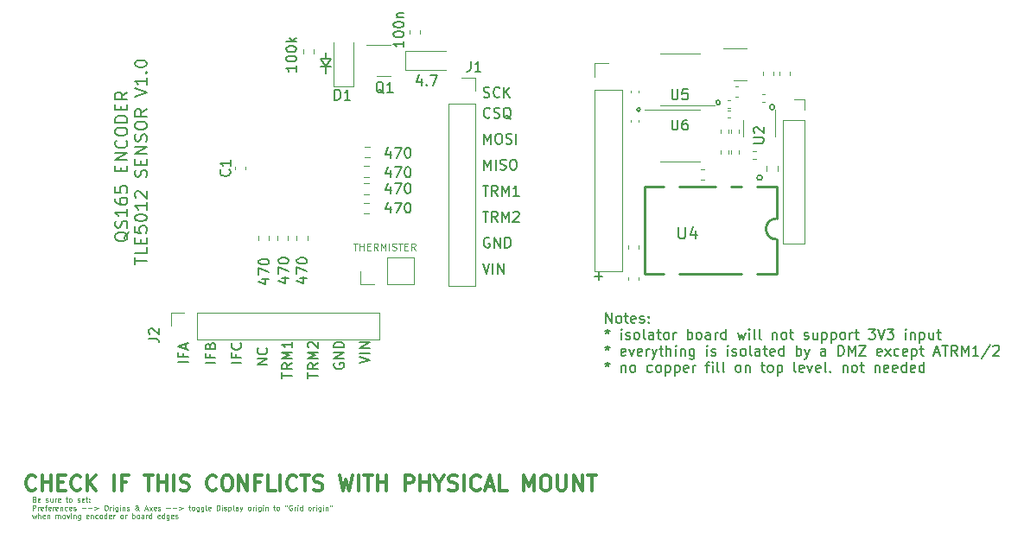
<source format=gbr>
%TF.GenerationSoftware,KiCad,Pcbnew,(6.0.8-1)-1*%
%TF.CreationDate,2022-11-22T09:59:05-05:00*%
%TF.ProjectId,encoder_driver,656e636f-6465-4725-9f64-72697665722e,rev?*%
%TF.SameCoordinates,Original*%
%TF.FileFunction,Legend,Top*%
%TF.FilePolarity,Positive*%
%FSLAX46Y46*%
G04 Gerber Fmt 4.6, Leading zero omitted, Abs format (unit mm)*
G04 Created by KiCad (PCBNEW (6.0.8-1)-1) date 2022-11-22 09:59:05*
%MOMM*%
%LPD*%
G01*
G04 APERTURE LIST*
%ADD10C,0.150000*%
%ADD11C,0.120000*%
%ADD12C,0.200000*%
%ADD13C,0.050000*%
%ADD14C,0.300000*%
%ADD15C,0.152000*%
%ADD16C,0.254000*%
G04 APERTURE END LIST*
D10*
X108508800Y-72263000D02*
X108508800Y-71628000D01*
X108508800Y-71628000D02*
X109016800Y-70866000D01*
X139319000Y-75819000D02*
G75*
G03*
X139319000Y-75819000I-179605J0D01*
G01*
X109016800Y-70866000D02*
X108000800Y-70866000D01*
X147173854Y-75133200D02*
G75*
G03*
X147173854Y-75133200I-209454J0D01*
G01*
X109016800Y-71628000D02*
X108000800Y-71628000D01*
X108508800Y-70866000D02*
X108508800Y-70231000D01*
X152501600Y-75590400D02*
G75*
G03*
X152501600Y-75590400I-254000J0D01*
G01*
X151282400Y-82499200D02*
G75*
G03*
X151282400Y-82499200I-254000J0D01*
G01*
X108000800Y-70866000D02*
X108508800Y-71628000D01*
X134874047Y-92146428D02*
X135635952Y-92146428D01*
X135255000Y-92527380D02*
X135255000Y-91765476D01*
X100262380Y-100623571D02*
X99262380Y-100623571D01*
X99738571Y-99814047D02*
X99738571Y-100147380D01*
X100262380Y-100147380D02*
X99262380Y-100147380D01*
X99262380Y-99671190D01*
X100167142Y-98718809D02*
X100214761Y-98766428D01*
X100262380Y-98909285D01*
X100262380Y-99004523D01*
X100214761Y-99147380D01*
X100119523Y-99242619D01*
X100024285Y-99290238D01*
X99833809Y-99337857D01*
X99690952Y-99337857D01*
X99500476Y-99290238D01*
X99405238Y-99242619D01*
X99310000Y-99147380D01*
X99262380Y-99004523D01*
X99262380Y-98909285D01*
X99310000Y-98766428D01*
X99357619Y-98718809D01*
X97722380Y-100647380D02*
X96722380Y-100647380D01*
X97198571Y-99837856D02*
X97198571Y-100171189D01*
X97722380Y-100171189D02*
X96722380Y-100171189D01*
X96722380Y-99694999D01*
X97198571Y-98980713D02*
X97246190Y-98837856D01*
X97293809Y-98790237D01*
X97389047Y-98742618D01*
X97531904Y-98742618D01*
X97627142Y-98790237D01*
X97674761Y-98837856D01*
X97722380Y-98933094D01*
X97722380Y-99314047D01*
X96722380Y-99314047D01*
X96722380Y-98980713D01*
X96770000Y-98885475D01*
X96817619Y-98837856D01*
X96912857Y-98790237D01*
X97008095Y-98790237D01*
X97103333Y-98837856D01*
X97150952Y-98885475D01*
X97198571Y-98980713D01*
X97198571Y-99314047D01*
X111847380Y-100687142D02*
X112847380Y-100353808D01*
X111847380Y-100020475D01*
X112847380Y-99687142D02*
X111847380Y-99687142D01*
X112847380Y-99210951D02*
X111847380Y-99210951D01*
X112847380Y-98639523D01*
X111847380Y-98639523D01*
X135961595Y-96728380D02*
X135961595Y-95728380D01*
X136533023Y-96728380D01*
X136533023Y-95728380D01*
X137152071Y-96728380D02*
X137056833Y-96680761D01*
X137009214Y-96633142D01*
X136961595Y-96537904D01*
X136961595Y-96252190D01*
X137009214Y-96156952D01*
X137056833Y-96109333D01*
X137152071Y-96061714D01*
X137294928Y-96061714D01*
X137390166Y-96109333D01*
X137437785Y-96156952D01*
X137485404Y-96252190D01*
X137485404Y-96537904D01*
X137437785Y-96633142D01*
X137390166Y-96680761D01*
X137294928Y-96728380D01*
X137152071Y-96728380D01*
X137771119Y-96061714D02*
X138152071Y-96061714D01*
X137913976Y-95728380D02*
X137913976Y-96585523D01*
X137961595Y-96680761D01*
X138056833Y-96728380D01*
X138152071Y-96728380D01*
X138866357Y-96680761D02*
X138771119Y-96728380D01*
X138580642Y-96728380D01*
X138485404Y-96680761D01*
X138437785Y-96585523D01*
X138437785Y-96204571D01*
X138485404Y-96109333D01*
X138580642Y-96061714D01*
X138771119Y-96061714D01*
X138866357Y-96109333D01*
X138913976Y-96204571D01*
X138913976Y-96299809D01*
X138437785Y-96395047D01*
X139294928Y-96680761D02*
X139390166Y-96728380D01*
X139580642Y-96728380D01*
X139675880Y-96680761D01*
X139723500Y-96585523D01*
X139723500Y-96537904D01*
X139675880Y-96442666D01*
X139580642Y-96395047D01*
X139437785Y-96395047D01*
X139342547Y-96347428D01*
X139294928Y-96252190D01*
X139294928Y-96204571D01*
X139342547Y-96109333D01*
X139437785Y-96061714D01*
X139580642Y-96061714D01*
X139675880Y-96109333D01*
X140152071Y-96633142D02*
X140199690Y-96680761D01*
X140152071Y-96728380D01*
X140104452Y-96680761D01*
X140152071Y-96633142D01*
X140152071Y-96728380D01*
X140152071Y-96109333D02*
X140199690Y-96156952D01*
X140152071Y-96204571D01*
X140104452Y-96156952D01*
X140152071Y-96109333D01*
X140152071Y-96204571D01*
X136104452Y-97338380D02*
X136104452Y-97576476D01*
X135866357Y-97481238D02*
X136104452Y-97576476D01*
X136342547Y-97481238D01*
X135961595Y-97766952D02*
X136104452Y-97576476D01*
X136247309Y-97766952D01*
X137485404Y-98338380D02*
X137485404Y-97671714D01*
X137485404Y-97338380D02*
X137437785Y-97386000D01*
X137485404Y-97433619D01*
X137533023Y-97386000D01*
X137485404Y-97338380D01*
X137485404Y-97433619D01*
X137913976Y-98290761D02*
X138009214Y-98338380D01*
X138199690Y-98338380D01*
X138294928Y-98290761D01*
X138342547Y-98195523D01*
X138342547Y-98147904D01*
X138294928Y-98052666D01*
X138199690Y-98005047D01*
X138056833Y-98005047D01*
X137961595Y-97957428D01*
X137913976Y-97862190D01*
X137913976Y-97814571D01*
X137961595Y-97719333D01*
X138056833Y-97671714D01*
X138199690Y-97671714D01*
X138294928Y-97719333D01*
X138913976Y-98338380D02*
X138818738Y-98290761D01*
X138771119Y-98243142D01*
X138723500Y-98147904D01*
X138723500Y-97862190D01*
X138771119Y-97766952D01*
X138818738Y-97719333D01*
X138913976Y-97671714D01*
X139056833Y-97671714D01*
X139152071Y-97719333D01*
X139199690Y-97766952D01*
X139247309Y-97862190D01*
X139247309Y-98147904D01*
X139199690Y-98243142D01*
X139152071Y-98290761D01*
X139056833Y-98338380D01*
X138913976Y-98338380D01*
X139818738Y-98338380D02*
X139723500Y-98290761D01*
X139675880Y-98195523D01*
X139675880Y-97338380D01*
X140628261Y-98338380D02*
X140628261Y-97814571D01*
X140580642Y-97719333D01*
X140485404Y-97671714D01*
X140294928Y-97671714D01*
X140199690Y-97719333D01*
X140628261Y-98290761D02*
X140533023Y-98338380D01*
X140294928Y-98338380D01*
X140199690Y-98290761D01*
X140152071Y-98195523D01*
X140152071Y-98100285D01*
X140199690Y-98005047D01*
X140294928Y-97957428D01*
X140533023Y-97957428D01*
X140628261Y-97909809D01*
X140961595Y-97671714D02*
X141342547Y-97671714D01*
X141104452Y-97338380D02*
X141104452Y-98195523D01*
X141152071Y-98290761D01*
X141247309Y-98338380D01*
X141342547Y-98338380D01*
X141818738Y-98338380D02*
X141723500Y-98290761D01*
X141675880Y-98243142D01*
X141628261Y-98147904D01*
X141628261Y-97862190D01*
X141675880Y-97766952D01*
X141723500Y-97719333D01*
X141818738Y-97671714D01*
X141961595Y-97671714D01*
X142056833Y-97719333D01*
X142104452Y-97766952D01*
X142152071Y-97862190D01*
X142152071Y-98147904D01*
X142104452Y-98243142D01*
X142056833Y-98290761D01*
X141961595Y-98338380D01*
X141818738Y-98338380D01*
X142580642Y-98338380D02*
X142580642Y-97671714D01*
X142580642Y-97862190D02*
X142628261Y-97766952D01*
X142675880Y-97719333D01*
X142771119Y-97671714D01*
X142866357Y-97671714D01*
X143961595Y-98338380D02*
X143961595Y-97338380D01*
X143961595Y-97719333D02*
X144056833Y-97671714D01*
X144247309Y-97671714D01*
X144342547Y-97719333D01*
X144390166Y-97766952D01*
X144437785Y-97862190D01*
X144437785Y-98147904D01*
X144390166Y-98243142D01*
X144342547Y-98290761D01*
X144247309Y-98338380D01*
X144056833Y-98338380D01*
X143961595Y-98290761D01*
X145009214Y-98338380D02*
X144913976Y-98290761D01*
X144866357Y-98243142D01*
X144818738Y-98147904D01*
X144818738Y-97862190D01*
X144866357Y-97766952D01*
X144913976Y-97719333D01*
X145009214Y-97671714D01*
X145152071Y-97671714D01*
X145247309Y-97719333D01*
X145294928Y-97766952D01*
X145342547Y-97862190D01*
X145342547Y-98147904D01*
X145294928Y-98243142D01*
X145247309Y-98290761D01*
X145152071Y-98338380D01*
X145009214Y-98338380D01*
X146199690Y-98338380D02*
X146199690Y-97814571D01*
X146152071Y-97719333D01*
X146056833Y-97671714D01*
X145866357Y-97671714D01*
X145771119Y-97719333D01*
X146199690Y-98290761D02*
X146104452Y-98338380D01*
X145866357Y-98338380D01*
X145771119Y-98290761D01*
X145723500Y-98195523D01*
X145723500Y-98100285D01*
X145771119Y-98005047D01*
X145866357Y-97957428D01*
X146104452Y-97957428D01*
X146199690Y-97909809D01*
X146675880Y-98338380D02*
X146675880Y-97671714D01*
X146675880Y-97862190D02*
X146723500Y-97766952D01*
X146771119Y-97719333D01*
X146866357Y-97671714D01*
X146961595Y-97671714D01*
X147723500Y-98338380D02*
X147723500Y-97338380D01*
X147723500Y-98290761D02*
X147628261Y-98338380D01*
X147437785Y-98338380D01*
X147342547Y-98290761D01*
X147294928Y-98243142D01*
X147247309Y-98147904D01*
X147247309Y-97862190D01*
X147294928Y-97766952D01*
X147342547Y-97719333D01*
X147437785Y-97671714D01*
X147628261Y-97671714D01*
X147723500Y-97719333D01*
X148866357Y-97671714D02*
X149056833Y-98338380D01*
X149247309Y-97862190D01*
X149437785Y-98338380D01*
X149628261Y-97671714D01*
X150009214Y-98338380D02*
X150009214Y-97671714D01*
X150009214Y-97338380D02*
X149961595Y-97386000D01*
X150009214Y-97433619D01*
X150056833Y-97386000D01*
X150009214Y-97338380D01*
X150009214Y-97433619D01*
X150628261Y-98338380D02*
X150533023Y-98290761D01*
X150485404Y-98195523D01*
X150485404Y-97338380D01*
X151152071Y-98338380D02*
X151056833Y-98290761D01*
X151009214Y-98195523D01*
X151009214Y-97338380D01*
X152294928Y-97671714D02*
X152294928Y-98338380D01*
X152294928Y-97766952D02*
X152342547Y-97719333D01*
X152437785Y-97671714D01*
X152580642Y-97671714D01*
X152675880Y-97719333D01*
X152723500Y-97814571D01*
X152723500Y-98338380D01*
X153342547Y-98338380D02*
X153247309Y-98290761D01*
X153199690Y-98243142D01*
X153152071Y-98147904D01*
X153152071Y-97862190D01*
X153199690Y-97766952D01*
X153247309Y-97719333D01*
X153342547Y-97671714D01*
X153485404Y-97671714D01*
X153580642Y-97719333D01*
X153628261Y-97766952D01*
X153675880Y-97862190D01*
X153675880Y-98147904D01*
X153628261Y-98243142D01*
X153580642Y-98290761D01*
X153485404Y-98338380D01*
X153342547Y-98338380D01*
X153961595Y-97671714D02*
X154342547Y-97671714D01*
X154104452Y-97338380D02*
X154104452Y-98195523D01*
X154152071Y-98290761D01*
X154247309Y-98338380D01*
X154342547Y-98338380D01*
X155390166Y-98290761D02*
X155485404Y-98338380D01*
X155675880Y-98338380D01*
X155771119Y-98290761D01*
X155818738Y-98195523D01*
X155818738Y-98147904D01*
X155771119Y-98052666D01*
X155675880Y-98005047D01*
X155533023Y-98005047D01*
X155437785Y-97957428D01*
X155390166Y-97862190D01*
X155390166Y-97814571D01*
X155437785Y-97719333D01*
X155533023Y-97671714D01*
X155675880Y-97671714D01*
X155771119Y-97719333D01*
X156675880Y-97671714D02*
X156675880Y-98338380D01*
X156247309Y-97671714D02*
X156247309Y-98195523D01*
X156294928Y-98290761D01*
X156390166Y-98338380D01*
X156533023Y-98338380D01*
X156628261Y-98290761D01*
X156675880Y-98243142D01*
X157152071Y-97671714D02*
X157152071Y-98671714D01*
X157152071Y-97719333D02*
X157247309Y-97671714D01*
X157437785Y-97671714D01*
X157533023Y-97719333D01*
X157580642Y-97766952D01*
X157628261Y-97862190D01*
X157628261Y-98147904D01*
X157580642Y-98243142D01*
X157533023Y-98290761D01*
X157437785Y-98338380D01*
X157247309Y-98338380D01*
X157152071Y-98290761D01*
X158056833Y-97671714D02*
X158056833Y-98671714D01*
X158056833Y-97719333D02*
X158152071Y-97671714D01*
X158342547Y-97671714D01*
X158437785Y-97719333D01*
X158485404Y-97766952D01*
X158533023Y-97862190D01*
X158533023Y-98147904D01*
X158485404Y-98243142D01*
X158437785Y-98290761D01*
X158342547Y-98338380D01*
X158152071Y-98338380D01*
X158056833Y-98290761D01*
X159104452Y-98338380D02*
X159009214Y-98290761D01*
X158961595Y-98243142D01*
X158913976Y-98147904D01*
X158913976Y-97862190D01*
X158961595Y-97766952D01*
X159009214Y-97719333D01*
X159104452Y-97671714D01*
X159247309Y-97671714D01*
X159342547Y-97719333D01*
X159390166Y-97766952D01*
X159437785Y-97862190D01*
X159437785Y-98147904D01*
X159390166Y-98243142D01*
X159342547Y-98290761D01*
X159247309Y-98338380D01*
X159104452Y-98338380D01*
X159866357Y-98338380D02*
X159866357Y-97671714D01*
X159866357Y-97862190D02*
X159913976Y-97766952D01*
X159961595Y-97719333D01*
X160056833Y-97671714D01*
X160152071Y-97671714D01*
X160342547Y-97671714D02*
X160723500Y-97671714D01*
X160485404Y-97338380D02*
X160485404Y-98195523D01*
X160533023Y-98290761D01*
X160628261Y-98338380D01*
X160723500Y-98338380D01*
X161723500Y-97338380D02*
X162342547Y-97338380D01*
X162009214Y-97719333D01*
X162152071Y-97719333D01*
X162247309Y-97766952D01*
X162294928Y-97814571D01*
X162342547Y-97909809D01*
X162342547Y-98147904D01*
X162294928Y-98243142D01*
X162247309Y-98290761D01*
X162152071Y-98338380D01*
X161866357Y-98338380D01*
X161771119Y-98290761D01*
X161723500Y-98243142D01*
X162628261Y-97338380D02*
X162961595Y-98338380D01*
X163294928Y-97338380D01*
X163533023Y-97338380D02*
X164152071Y-97338380D01*
X163818738Y-97719333D01*
X163961595Y-97719333D01*
X164056833Y-97766952D01*
X164104452Y-97814571D01*
X164152071Y-97909809D01*
X164152071Y-98147904D01*
X164104452Y-98243142D01*
X164056833Y-98290761D01*
X163961595Y-98338380D01*
X163675880Y-98338380D01*
X163580642Y-98290761D01*
X163533023Y-98243142D01*
X165342547Y-98338380D02*
X165342547Y-97671714D01*
X165342547Y-97338380D02*
X165294928Y-97386000D01*
X165342547Y-97433619D01*
X165390166Y-97386000D01*
X165342547Y-97338380D01*
X165342547Y-97433619D01*
X165818738Y-97671714D02*
X165818738Y-98338380D01*
X165818738Y-97766952D02*
X165866357Y-97719333D01*
X165961595Y-97671714D01*
X166104452Y-97671714D01*
X166199690Y-97719333D01*
X166247309Y-97814571D01*
X166247309Y-98338380D01*
X166723500Y-97671714D02*
X166723500Y-98671714D01*
X166723500Y-97719333D02*
X166818738Y-97671714D01*
X167009214Y-97671714D01*
X167104452Y-97719333D01*
X167152071Y-97766952D01*
X167199690Y-97862190D01*
X167199690Y-98147904D01*
X167152071Y-98243142D01*
X167104452Y-98290761D01*
X167009214Y-98338380D01*
X166818738Y-98338380D01*
X166723500Y-98290761D01*
X168056833Y-97671714D02*
X168056833Y-98338380D01*
X167628261Y-97671714D02*
X167628261Y-98195523D01*
X167675880Y-98290761D01*
X167771119Y-98338380D01*
X167913976Y-98338380D01*
X168009214Y-98290761D01*
X168056833Y-98243142D01*
X168390166Y-97671714D02*
X168771119Y-97671714D01*
X168533023Y-97338380D02*
X168533023Y-98195523D01*
X168580642Y-98290761D01*
X168675880Y-98338380D01*
X168771119Y-98338380D01*
X136104452Y-98948380D02*
X136104452Y-99186476D01*
X135866357Y-99091238D02*
X136104452Y-99186476D01*
X136342547Y-99091238D01*
X135961595Y-99376952D02*
X136104452Y-99186476D01*
X136247309Y-99376952D01*
X137866357Y-99900761D02*
X137771119Y-99948380D01*
X137580642Y-99948380D01*
X137485404Y-99900761D01*
X137437785Y-99805523D01*
X137437785Y-99424571D01*
X137485404Y-99329333D01*
X137580642Y-99281714D01*
X137771119Y-99281714D01*
X137866357Y-99329333D01*
X137913976Y-99424571D01*
X137913976Y-99519809D01*
X137437785Y-99615047D01*
X138247309Y-99281714D02*
X138485404Y-99948380D01*
X138723500Y-99281714D01*
X139485404Y-99900761D02*
X139390166Y-99948380D01*
X139199690Y-99948380D01*
X139104452Y-99900761D01*
X139056833Y-99805523D01*
X139056833Y-99424571D01*
X139104452Y-99329333D01*
X139199690Y-99281714D01*
X139390166Y-99281714D01*
X139485404Y-99329333D01*
X139533023Y-99424571D01*
X139533023Y-99519809D01*
X139056833Y-99615047D01*
X139961595Y-99948380D02*
X139961595Y-99281714D01*
X139961595Y-99472190D02*
X140009214Y-99376952D01*
X140056833Y-99329333D01*
X140152071Y-99281714D01*
X140247309Y-99281714D01*
X140485404Y-99281714D02*
X140723500Y-99948380D01*
X140961595Y-99281714D02*
X140723500Y-99948380D01*
X140628261Y-100186476D01*
X140580642Y-100234095D01*
X140485404Y-100281714D01*
X141199690Y-99281714D02*
X141580642Y-99281714D01*
X141342547Y-98948380D02*
X141342547Y-99805523D01*
X141390166Y-99900761D01*
X141485404Y-99948380D01*
X141580642Y-99948380D01*
X141913976Y-99948380D02*
X141913976Y-98948380D01*
X142342547Y-99948380D02*
X142342547Y-99424571D01*
X142294928Y-99329333D01*
X142199690Y-99281714D01*
X142056833Y-99281714D01*
X141961595Y-99329333D01*
X141913976Y-99376952D01*
X142818738Y-99948380D02*
X142818738Y-99281714D01*
X142818738Y-98948380D02*
X142771119Y-98996000D01*
X142818738Y-99043619D01*
X142866357Y-98996000D01*
X142818738Y-98948380D01*
X142818738Y-99043619D01*
X143294928Y-99281714D02*
X143294928Y-99948380D01*
X143294928Y-99376952D02*
X143342547Y-99329333D01*
X143437785Y-99281714D01*
X143580642Y-99281714D01*
X143675880Y-99329333D01*
X143723500Y-99424571D01*
X143723500Y-99948380D01*
X144628261Y-99281714D02*
X144628261Y-100091238D01*
X144580642Y-100186476D01*
X144533023Y-100234095D01*
X144437785Y-100281714D01*
X144294928Y-100281714D01*
X144199690Y-100234095D01*
X144628261Y-99900761D02*
X144533023Y-99948380D01*
X144342547Y-99948380D01*
X144247309Y-99900761D01*
X144199690Y-99853142D01*
X144152071Y-99757904D01*
X144152071Y-99472190D01*
X144199690Y-99376952D01*
X144247309Y-99329333D01*
X144342547Y-99281714D01*
X144533023Y-99281714D01*
X144628261Y-99329333D01*
X145866357Y-99948380D02*
X145866357Y-99281714D01*
X145866357Y-98948380D02*
X145818738Y-98996000D01*
X145866357Y-99043619D01*
X145913976Y-98996000D01*
X145866357Y-98948380D01*
X145866357Y-99043619D01*
X146294928Y-99900761D02*
X146390166Y-99948380D01*
X146580642Y-99948380D01*
X146675880Y-99900761D01*
X146723500Y-99805523D01*
X146723500Y-99757904D01*
X146675880Y-99662666D01*
X146580642Y-99615047D01*
X146437785Y-99615047D01*
X146342547Y-99567428D01*
X146294928Y-99472190D01*
X146294928Y-99424571D01*
X146342547Y-99329333D01*
X146437785Y-99281714D01*
X146580642Y-99281714D01*
X146675880Y-99329333D01*
X147913976Y-99948380D02*
X147913976Y-99281714D01*
X147913976Y-98948380D02*
X147866357Y-98996000D01*
X147913976Y-99043619D01*
X147961595Y-98996000D01*
X147913976Y-98948380D01*
X147913976Y-99043619D01*
X148342547Y-99900761D02*
X148437785Y-99948380D01*
X148628261Y-99948380D01*
X148723500Y-99900761D01*
X148771119Y-99805523D01*
X148771119Y-99757904D01*
X148723500Y-99662666D01*
X148628261Y-99615047D01*
X148485404Y-99615047D01*
X148390166Y-99567428D01*
X148342547Y-99472190D01*
X148342547Y-99424571D01*
X148390166Y-99329333D01*
X148485404Y-99281714D01*
X148628261Y-99281714D01*
X148723500Y-99329333D01*
X149342547Y-99948380D02*
X149247309Y-99900761D01*
X149199690Y-99853142D01*
X149152071Y-99757904D01*
X149152071Y-99472190D01*
X149199690Y-99376952D01*
X149247309Y-99329333D01*
X149342547Y-99281714D01*
X149485404Y-99281714D01*
X149580642Y-99329333D01*
X149628261Y-99376952D01*
X149675880Y-99472190D01*
X149675880Y-99757904D01*
X149628261Y-99853142D01*
X149580642Y-99900761D01*
X149485404Y-99948380D01*
X149342547Y-99948380D01*
X150247309Y-99948380D02*
X150152071Y-99900761D01*
X150104452Y-99805523D01*
X150104452Y-98948380D01*
X151056833Y-99948380D02*
X151056833Y-99424571D01*
X151009214Y-99329333D01*
X150913976Y-99281714D01*
X150723500Y-99281714D01*
X150628261Y-99329333D01*
X151056833Y-99900761D02*
X150961595Y-99948380D01*
X150723500Y-99948380D01*
X150628261Y-99900761D01*
X150580642Y-99805523D01*
X150580642Y-99710285D01*
X150628261Y-99615047D01*
X150723500Y-99567428D01*
X150961595Y-99567428D01*
X151056833Y-99519809D01*
X151390166Y-99281714D02*
X151771119Y-99281714D01*
X151533023Y-98948380D02*
X151533023Y-99805523D01*
X151580642Y-99900761D01*
X151675880Y-99948380D01*
X151771119Y-99948380D01*
X152485404Y-99900761D02*
X152390166Y-99948380D01*
X152199690Y-99948380D01*
X152104452Y-99900761D01*
X152056833Y-99805523D01*
X152056833Y-99424571D01*
X152104452Y-99329333D01*
X152199690Y-99281714D01*
X152390166Y-99281714D01*
X152485404Y-99329333D01*
X152533023Y-99424571D01*
X152533023Y-99519809D01*
X152056833Y-99615047D01*
X153390166Y-99948380D02*
X153390166Y-98948380D01*
X153390166Y-99900761D02*
X153294928Y-99948380D01*
X153104452Y-99948380D01*
X153009214Y-99900761D01*
X152961595Y-99853142D01*
X152913976Y-99757904D01*
X152913976Y-99472190D01*
X152961595Y-99376952D01*
X153009214Y-99329333D01*
X153104452Y-99281714D01*
X153294928Y-99281714D01*
X153390166Y-99329333D01*
X154628261Y-99948380D02*
X154628261Y-98948380D01*
X154628261Y-99329333D02*
X154723500Y-99281714D01*
X154913976Y-99281714D01*
X155009214Y-99329333D01*
X155056833Y-99376952D01*
X155104452Y-99472190D01*
X155104452Y-99757904D01*
X155056833Y-99853142D01*
X155009214Y-99900761D01*
X154913976Y-99948380D01*
X154723500Y-99948380D01*
X154628261Y-99900761D01*
X155437785Y-99281714D02*
X155675880Y-99948380D01*
X155913976Y-99281714D02*
X155675880Y-99948380D01*
X155580642Y-100186476D01*
X155533023Y-100234095D01*
X155437785Y-100281714D01*
X157485404Y-99948380D02*
X157485404Y-99424571D01*
X157437785Y-99329333D01*
X157342547Y-99281714D01*
X157152071Y-99281714D01*
X157056833Y-99329333D01*
X157485404Y-99900761D02*
X157390166Y-99948380D01*
X157152071Y-99948380D01*
X157056833Y-99900761D01*
X157009214Y-99805523D01*
X157009214Y-99710285D01*
X157056833Y-99615047D01*
X157152071Y-99567428D01*
X157390166Y-99567428D01*
X157485404Y-99519809D01*
X158723500Y-99948380D02*
X158723500Y-98948380D01*
X158961595Y-98948380D01*
X159104452Y-98996000D01*
X159199690Y-99091238D01*
X159247309Y-99186476D01*
X159294928Y-99376952D01*
X159294928Y-99519809D01*
X159247309Y-99710285D01*
X159199690Y-99805523D01*
X159104452Y-99900761D01*
X158961595Y-99948380D01*
X158723500Y-99948380D01*
X159723500Y-99948380D02*
X159723500Y-98948380D01*
X160056833Y-99662666D01*
X160390166Y-98948380D01*
X160390166Y-99948380D01*
X160771119Y-98948380D02*
X161437785Y-98948380D01*
X160771119Y-99948380D01*
X161437785Y-99948380D01*
X162961595Y-99900761D02*
X162866357Y-99948380D01*
X162675880Y-99948380D01*
X162580642Y-99900761D01*
X162533023Y-99805523D01*
X162533023Y-99424571D01*
X162580642Y-99329333D01*
X162675880Y-99281714D01*
X162866357Y-99281714D01*
X162961595Y-99329333D01*
X163009214Y-99424571D01*
X163009214Y-99519809D01*
X162533023Y-99615047D01*
X163342547Y-99948380D02*
X163866357Y-99281714D01*
X163342547Y-99281714D02*
X163866357Y-99948380D01*
X164675880Y-99900761D02*
X164580642Y-99948380D01*
X164390166Y-99948380D01*
X164294928Y-99900761D01*
X164247309Y-99853142D01*
X164199690Y-99757904D01*
X164199690Y-99472190D01*
X164247309Y-99376952D01*
X164294928Y-99329333D01*
X164390166Y-99281714D01*
X164580642Y-99281714D01*
X164675880Y-99329333D01*
X165485404Y-99900761D02*
X165390166Y-99948380D01*
X165199690Y-99948380D01*
X165104452Y-99900761D01*
X165056833Y-99805523D01*
X165056833Y-99424571D01*
X165104452Y-99329333D01*
X165199690Y-99281714D01*
X165390166Y-99281714D01*
X165485404Y-99329333D01*
X165533023Y-99424571D01*
X165533023Y-99519809D01*
X165056833Y-99615047D01*
X165961595Y-99281714D02*
X165961595Y-100281714D01*
X165961595Y-99329333D02*
X166056833Y-99281714D01*
X166247309Y-99281714D01*
X166342547Y-99329333D01*
X166390166Y-99376952D01*
X166437785Y-99472190D01*
X166437785Y-99757904D01*
X166390166Y-99853142D01*
X166342547Y-99900761D01*
X166247309Y-99948380D01*
X166056833Y-99948380D01*
X165961595Y-99900761D01*
X166723500Y-99281714D02*
X167104452Y-99281714D01*
X166866357Y-98948380D02*
X166866357Y-99805523D01*
X166913976Y-99900761D01*
X167009214Y-99948380D01*
X167104452Y-99948380D01*
X168152071Y-99662666D02*
X168628261Y-99662666D01*
X168056833Y-99948380D02*
X168390166Y-98948380D01*
X168723500Y-99948380D01*
X168913976Y-98948380D02*
X169485404Y-98948380D01*
X169199690Y-99948380D02*
X169199690Y-98948380D01*
X170390166Y-99948380D02*
X170056833Y-99472190D01*
X169818738Y-99948380D02*
X169818738Y-98948380D01*
X170199690Y-98948380D01*
X170294928Y-98996000D01*
X170342547Y-99043619D01*
X170390166Y-99138857D01*
X170390166Y-99281714D01*
X170342547Y-99376952D01*
X170294928Y-99424571D01*
X170199690Y-99472190D01*
X169818738Y-99472190D01*
X170818738Y-99948380D02*
X170818738Y-98948380D01*
X171152071Y-99662666D01*
X171485404Y-98948380D01*
X171485404Y-99948380D01*
X172485404Y-99948380D02*
X171913976Y-99948380D01*
X172199690Y-99948380D02*
X172199690Y-98948380D01*
X172104452Y-99091238D01*
X172009214Y-99186476D01*
X171913976Y-99234095D01*
X173628261Y-98900761D02*
X172771119Y-100186476D01*
X173913976Y-99043619D02*
X173961595Y-98996000D01*
X174056833Y-98948380D01*
X174294928Y-98948380D01*
X174390166Y-98996000D01*
X174437785Y-99043619D01*
X174485404Y-99138857D01*
X174485404Y-99234095D01*
X174437785Y-99376952D01*
X173866357Y-99948380D01*
X174485404Y-99948380D01*
X136104452Y-100558380D02*
X136104452Y-100796476D01*
X135866357Y-100701238D02*
X136104452Y-100796476D01*
X136342547Y-100701238D01*
X135961595Y-100986952D02*
X136104452Y-100796476D01*
X136247309Y-100986952D01*
X137485404Y-100891714D02*
X137485404Y-101558380D01*
X137485404Y-100986952D02*
X137533023Y-100939333D01*
X137628261Y-100891714D01*
X137771119Y-100891714D01*
X137866357Y-100939333D01*
X137913976Y-101034571D01*
X137913976Y-101558380D01*
X138533023Y-101558380D02*
X138437785Y-101510761D01*
X138390166Y-101463142D01*
X138342547Y-101367904D01*
X138342547Y-101082190D01*
X138390166Y-100986952D01*
X138437785Y-100939333D01*
X138533023Y-100891714D01*
X138675880Y-100891714D01*
X138771119Y-100939333D01*
X138818738Y-100986952D01*
X138866357Y-101082190D01*
X138866357Y-101367904D01*
X138818738Y-101463142D01*
X138771119Y-101510761D01*
X138675880Y-101558380D01*
X138533023Y-101558380D01*
X140485404Y-101510761D02*
X140390166Y-101558380D01*
X140199690Y-101558380D01*
X140104452Y-101510761D01*
X140056833Y-101463142D01*
X140009214Y-101367904D01*
X140009214Y-101082190D01*
X140056833Y-100986952D01*
X140104452Y-100939333D01*
X140199690Y-100891714D01*
X140390166Y-100891714D01*
X140485404Y-100939333D01*
X141056833Y-101558380D02*
X140961595Y-101510761D01*
X140913976Y-101463142D01*
X140866357Y-101367904D01*
X140866357Y-101082190D01*
X140913976Y-100986952D01*
X140961595Y-100939333D01*
X141056833Y-100891714D01*
X141199690Y-100891714D01*
X141294928Y-100939333D01*
X141342547Y-100986952D01*
X141390166Y-101082190D01*
X141390166Y-101367904D01*
X141342547Y-101463142D01*
X141294928Y-101510761D01*
X141199690Y-101558380D01*
X141056833Y-101558380D01*
X141818738Y-100891714D02*
X141818738Y-101891714D01*
X141818738Y-100939333D02*
X141913976Y-100891714D01*
X142104452Y-100891714D01*
X142199690Y-100939333D01*
X142247309Y-100986952D01*
X142294928Y-101082190D01*
X142294928Y-101367904D01*
X142247309Y-101463142D01*
X142199690Y-101510761D01*
X142104452Y-101558380D01*
X141913976Y-101558380D01*
X141818738Y-101510761D01*
X142723500Y-100891714D02*
X142723500Y-101891714D01*
X142723500Y-100939333D02*
X142818738Y-100891714D01*
X143009214Y-100891714D01*
X143104452Y-100939333D01*
X143152071Y-100986952D01*
X143199690Y-101082190D01*
X143199690Y-101367904D01*
X143152071Y-101463142D01*
X143104452Y-101510761D01*
X143009214Y-101558380D01*
X142818738Y-101558380D01*
X142723500Y-101510761D01*
X144009214Y-101510761D02*
X143913976Y-101558380D01*
X143723500Y-101558380D01*
X143628261Y-101510761D01*
X143580642Y-101415523D01*
X143580642Y-101034571D01*
X143628261Y-100939333D01*
X143723500Y-100891714D01*
X143913976Y-100891714D01*
X144009214Y-100939333D01*
X144056833Y-101034571D01*
X144056833Y-101129809D01*
X143580642Y-101225047D01*
X144485404Y-101558380D02*
X144485404Y-100891714D01*
X144485404Y-101082190D02*
X144533023Y-100986952D01*
X144580642Y-100939333D01*
X144675880Y-100891714D01*
X144771119Y-100891714D01*
X145723500Y-100891714D02*
X146104452Y-100891714D01*
X145866357Y-101558380D02*
X145866357Y-100701238D01*
X145913976Y-100606000D01*
X146009214Y-100558380D01*
X146104452Y-100558380D01*
X146437785Y-101558380D02*
X146437785Y-100891714D01*
X146437785Y-100558380D02*
X146390166Y-100606000D01*
X146437785Y-100653619D01*
X146485404Y-100606000D01*
X146437785Y-100558380D01*
X146437785Y-100653619D01*
X147056833Y-101558380D02*
X146961595Y-101510761D01*
X146913976Y-101415523D01*
X146913976Y-100558380D01*
X147580642Y-101558380D02*
X147485404Y-101510761D01*
X147437785Y-101415523D01*
X147437785Y-100558380D01*
X148866357Y-101558380D02*
X148771119Y-101510761D01*
X148723500Y-101463142D01*
X148675880Y-101367904D01*
X148675880Y-101082190D01*
X148723500Y-100986952D01*
X148771119Y-100939333D01*
X148866357Y-100891714D01*
X149009214Y-100891714D01*
X149104452Y-100939333D01*
X149152071Y-100986952D01*
X149199690Y-101082190D01*
X149199690Y-101367904D01*
X149152071Y-101463142D01*
X149104452Y-101510761D01*
X149009214Y-101558380D01*
X148866357Y-101558380D01*
X149628261Y-100891714D02*
X149628261Y-101558380D01*
X149628261Y-100986952D02*
X149675880Y-100939333D01*
X149771119Y-100891714D01*
X149913976Y-100891714D01*
X150009214Y-100939333D01*
X150056833Y-101034571D01*
X150056833Y-101558380D01*
X151152071Y-100891714D02*
X151533023Y-100891714D01*
X151294928Y-100558380D02*
X151294928Y-101415523D01*
X151342547Y-101510761D01*
X151437785Y-101558380D01*
X151533023Y-101558380D01*
X152009214Y-101558380D02*
X151913976Y-101510761D01*
X151866357Y-101463142D01*
X151818738Y-101367904D01*
X151818738Y-101082190D01*
X151866357Y-100986952D01*
X151913976Y-100939333D01*
X152009214Y-100891714D01*
X152152071Y-100891714D01*
X152247309Y-100939333D01*
X152294928Y-100986952D01*
X152342547Y-101082190D01*
X152342547Y-101367904D01*
X152294928Y-101463142D01*
X152247309Y-101510761D01*
X152152071Y-101558380D01*
X152009214Y-101558380D01*
X152771119Y-100891714D02*
X152771119Y-101891714D01*
X152771119Y-100939333D02*
X152866357Y-100891714D01*
X153056833Y-100891714D01*
X153152071Y-100939333D01*
X153199690Y-100986952D01*
X153247309Y-101082190D01*
X153247309Y-101367904D01*
X153199690Y-101463142D01*
X153152071Y-101510761D01*
X153056833Y-101558380D01*
X152866357Y-101558380D01*
X152771119Y-101510761D01*
X154580642Y-101558380D02*
X154485404Y-101510761D01*
X154437785Y-101415523D01*
X154437785Y-100558380D01*
X155342547Y-101510761D02*
X155247309Y-101558380D01*
X155056833Y-101558380D01*
X154961595Y-101510761D01*
X154913976Y-101415523D01*
X154913976Y-101034571D01*
X154961595Y-100939333D01*
X155056833Y-100891714D01*
X155247309Y-100891714D01*
X155342547Y-100939333D01*
X155390166Y-101034571D01*
X155390166Y-101129809D01*
X154913976Y-101225047D01*
X155723500Y-100891714D02*
X155961595Y-101558380D01*
X156199690Y-100891714D01*
X156961595Y-101510761D02*
X156866357Y-101558380D01*
X156675880Y-101558380D01*
X156580642Y-101510761D01*
X156533023Y-101415523D01*
X156533023Y-101034571D01*
X156580642Y-100939333D01*
X156675880Y-100891714D01*
X156866357Y-100891714D01*
X156961595Y-100939333D01*
X157009214Y-101034571D01*
X157009214Y-101129809D01*
X156533023Y-101225047D01*
X157580642Y-101558380D02*
X157485404Y-101510761D01*
X157437785Y-101415523D01*
X157437785Y-100558380D01*
X157961595Y-101463142D02*
X158009214Y-101510761D01*
X157961595Y-101558380D01*
X157913976Y-101510761D01*
X157961595Y-101463142D01*
X157961595Y-101558380D01*
X159199690Y-100891714D02*
X159199690Y-101558380D01*
X159199690Y-100986952D02*
X159247309Y-100939333D01*
X159342547Y-100891714D01*
X159485404Y-100891714D01*
X159580642Y-100939333D01*
X159628261Y-101034571D01*
X159628261Y-101558380D01*
X160247309Y-101558380D02*
X160152071Y-101510761D01*
X160104452Y-101463142D01*
X160056833Y-101367904D01*
X160056833Y-101082190D01*
X160104452Y-100986952D01*
X160152071Y-100939333D01*
X160247309Y-100891714D01*
X160390166Y-100891714D01*
X160485404Y-100939333D01*
X160533023Y-100986952D01*
X160580642Y-101082190D01*
X160580642Y-101367904D01*
X160533023Y-101463142D01*
X160485404Y-101510761D01*
X160390166Y-101558380D01*
X160247309Y-101558380D01*
X160866357Y-100891714D02*
X161247309Y-100891714D01*
X161009214Y-100558380D02*
X161009214Y-101415523D01*
X161056833Y-101510761D01*
X161152071Y-101558380D01*
X161247309Y-101558380D01*
X162342547Y-100891714D02*
X162342547Y-101558380D01*
X162342547Y-100986952D02*
X162390166Y-100939333D01*
X162485404Y-100891714D01*
X162628261Y-100891714D01*
X162723500Y-100939333D01*
X162771119Y-101034571D01*
X162771119Y-101558380D01*
X163628261Y-101510761D02*
X163533023Y-101558380D01*
X163342547Y-101558380D01*
X163247309Y-101510761D01*
X163199690Y-101415523D01*
X163199690Y-101034571D01*
X163247309Y-100939333D01*
X163342547Y-100891714D01*
X163533023Y-100891714D01*
X163628261Y-100939333D01*
X163675880Y-101034571D01*
X163675880Y-101129809D01*
X163199690Y-101225047D01*
X164485404Y-101510761D02*
X164390166Y-101558380D01*
X164199690Y-101558380D01*
X164104452Y-101510761D01*
X164056833Y-101415523D01*
X164056833Y-101034571D01*
X164104452Y-100939333D01*
X164199690Y-100891714D01*
X164390166Y-100891714D01*
X164485404Y-100939333D01*
X164533023Y-101034571D01*
X164533023Y-101129809D01*
X164056833Y-101225047D01*
X165390166Y-101558380D02*
X165390166Y-100558380D01*
X165390166Y-101510761D02*
X165294928Y-101558380D01*
X165104452Y-101558380D01*
X165009214Y-101510761D01*
X164961595Y-101463142D01*
X164913976Y-101367904D01*
X164913976Y-101082190D01*
X164961595Y-100986952D01*
X165009214Y-100939333D01*
X165104452Y-100891714D01*
X165294928Y-100891714D01*
X165390166Y-100939333D01*
X166247309Y-101510761D02*
X166152071Y-101558380D01*
X165961595Y-101558380D01*
X165866357Y-101510761D01*
X165818738Y-101415523D01*
X165818738Y-101034571D01*
X165866357Y-100939333D01*
X165961595Y-100891714D01*
X166152071Y-100891714D01*
X166247309Y-100939333D01*
X166294928Y-101034571D01*
X166294928Y-101129809D01*
X165818738Y-101225047D01*
X167152071Y-101558380D02*
X167152071Y-100558380D01*
X167152071Y-101510761D02*
X167056833Y-101558380D01*
X166866357Y-101558380D01*
X166771119Y-101510761D01*
X166723500Y-101463142D01*
X166675880Y-101367904D01*
X166675880Y-101082190D01*
X166723500Y-100986952D01*
X166771119Y-100939333D01*
X166866357Y-100891714D01*
X167056833Y-100891714D01*
X167152071Y-100939333D01*
X123896666Y-90892380D02*
X124230000Y-91892380D01*
X124563333Y-90892380D01*
X124896666Y-91892380D02*
X124896666Y-90892380D01*
X125372857Y-91892380D02*
X125372857Y-90892380D01*
X125944285Y-91892380D01*
X125944285Y-90892380D01*
X124563333Y-88400000D02*
X124468095Y-88352380D01*
X124325238Y-88352380D01*
X124182380Y-88400000D01*
X124087142Y-88495238D01*
X124039523Y-88590476D01*
X123991904Y-88780952D01*
X123991904Y-88923809D01*
X124039523Y-89114285D01*
X124087142Y-89209523D01*
X124182380Y-89304761D01*
X124325238Y-89352380D01*
X124420476Y-89352380D01*
X124563333Y-89304761D01*
X124610952Y-89257142D01*
X124610952Y-88923809D01*
X124420476Y-88923809D01*
X125039523Y-89352380D02*
X125039523Y-88352380D01*
X125610952Y-89352380D01*
X125610952Y-88352380D01*
X126087142Y-89352380D02*
X126087142Y-88352380D01*
X126325238Y-88352380D01*
X126468095Y-88400000D01*
X126563333Y-88495238D01*
X126610952Y-88590476D01*
X126658571Y-88780952D01*
X126658571Y-88923809D01*
X126610952Y-89114285D01*
X126563333Y-89209523D01*
X126468095Y-89304761D01*
X126325238Y-89352380D01*
X126087142Y-89352380D01*
X104227380Y-102163333D02*
X104227380Y-101591904D01*
X105227380Y-101877619D02*
X104227380Y-101877619D01*
X105227380Y-100687142D02*
X104751190Y-101020476D01*
X105227380Y-101258571D02*
X104227380Y-101258571D01*
X104227380Y-100877619D01*
X104275000Y-100782380D01*
X104322619Y-100734761D01*
X104417857Y-100687142D01*
X104560714Y-100687142D01*
X104655952Y-100734761D01*
X104703571Y-100782380D01*
X104751190Y-100877619D01*
X104751190Y-101258571D01*
X105227380Y-100258571D02*
X104227380Y-100258571D01*
X104941666Y-99925238D01*
X104227380Y-99591904D01*
X105227380Y-99591904D01*
X105227380Y-98591904D02*
X105227380Y-99163333D01*
X105227380Y-98877619D02*
X104227380Y-98877619D01*
X104370238Y-98972857D01*
X104465476Y-99068095D01*
X104513095Y-99163333D01*
D11*
X111233333Y-88923066D02*
X111633333Y-88923066D01*
X111433333Y-89623066D02*
X111433333Y-88923066D01*
X111866666Y-89623066D02*
X111866666Y-88923066D01*
X111866666Y-89256400D02*
X112266666Y-89256400D01*
X112266666Y-89623066D02*
X112266666Y-88923066D01*
X112600000Y-89256400D02*
X112833333Y-89256400D01*
X112933333Y-89623066D02*
X112600000Y-89623066D01*
X112600000Y-88923066D01*
X112933333Y-88923066D01*
X113633333Y-89623066D02*
X113400000Y-89289733D01*
X113233333Y-89623066D02*
X113233333Y-88923066D01*
X113500000Y-88923066D01*
X113566666Y-88956400D01*
X113600000Y-88989733D01*
X113633333Y-89056400D01*
X113633333Y-89156400D01*
X113600000Y-89223066D01*
X113566666Y-89256400D01*
X113500000Y-89289733D01*
X113233333Y-89289733D01*
X113933333Y-89623066D02*
X113933333Y-88923066D01*
X114166666Y-89423066D01*
X114400000Y-88923066D01*
X114400000Y-89623066D01*
X114733333Y-89623066D02*
X114733333Y-88923066D01*
X115033333Y-89589733D02*
X115133333Y-89623066D01*
X115300000Y-89623066D01*
X115366666Y-89589733D01*
X115400000Y-89556400D01*
X115433333Y-89489733D01*
X115433333Y-89423066D01*
X115400000Y-89356400D01*
X115366666Y-89323066D01*
X115300000Y-89289733D01*
X115166666Y-89256400D01*
X115100000Y-89223066D01*
X115066666Y-89189733D01*
X115033333Y-89123066D01*
X115033333Y-89056400D01*
X115066666Y-88989733D01*
X115100000Y-88956400D01*
X115166666Y-88923066D01*
X115333333Y-88923066D01*
X115433333Y-88956400D01*
X115633333Y-88923066D02*
X116033333Y-88923066D01*
X115833333Y-89623066D02*
X115833333Y-88923066D01*
X116266666Y-89256400D02*
X116500000Y-89256400D01*
X116600000Y-89623066D02*
X116266666Y-89623066D01*
X116266666Y-88923066D01*
X116600000Y-88923066D01*
X117300000Y-89623066D02*
X117066666Y-89289733D01*
X116900000Y-89623066D02*
X116900000Y-88923066D01*
X117166666Y-88923066D01*
X117233333Y-88956400D01*
X117266666Y-88989733D01*
X117300000Y-89056400D01*
X117300000Y-89156400D01*
X117266666Y-89223066D01*
X117233333Y-89256400D01*
X117166666Y-89289733D01*
X116900000Y-89289733D01*
D10*
X124610952Y-76557142D02*
X124563333Y-76604761D01*
X124420476Y-76652380D01*
X124325238Y-76652380D01*
X124182381Y-76604761D01*
X124087143Y-76509523D01*
X124039524Y-76414285D01*
X123991905Y-76223809D01*
X123991905Y-76080952D01*
X124039524Y-75890476D01*
X124087143Y-75795238D01*
X124182381Y-75700000D01*
X124325238Y-75652380D01*
X124420476Y-75652380D01*
X124563333Y-75700000D01*
X124610952Y-75747619D01*
X124991905Y-76604761D02*
X125134762Y-76652380D01*
X125372857Y-76652380D01*
X125468095Y-76604761D01*
X125515714Y-76557142D01*
X125563333Y-76461904D01*
X125563333Y-76366666D01*
X125515714Y-76271428D01*
X125468095Y-76223809D01*
X125372857Y-76176190D01*
X125182381Y-76128571D01*
X125087143Y-76080952D01*
X125039524Y-76033333D01*
X124991905Y-75938095D01*
X124991905Y-75842857D01*
X125039524Y-75747619D01*
X125087143Y-75700000D01*
X125182381Y-75652380D01*
X125420476Y-75652380D01*
X125563333Y-75700000D01*
X126658571Y-76747619D02*
X126563333Y-76700000D01*
X126468095Y-76604761D01*
X126325238Y-76461904D01*
X126230000Y-76414285D01*
X126134762Y-76414285D01*
X126182381Y-76652380D02*
X126087143Y-76604761D01*
X125991905Y-76509523D01*
X125944286Y-76319047D01*
X125944286Y-75985714D01*
X125991905Y-75795238D01*
X126087143Y-75700000D01*
X126182381Y-75652380D01*
X126372857Y-75652380D01*
X126468095Y-75700000D01*
X126563333Y-75795238D01*
X126610952Y-75985714D01*
X126610952Y-76319047D01*
X126563333Y-76509523D01*
X126468095Y-76604761D01*
X126372857Y-76652380D01*
X126182381Y-76652380D01*
X123991904Y-74584761D02*
X124134761Y-74632380D01*
X124372857Y-74632380D01*
X124468095Y-74584761D01*
X124515714Y-74537142D01*
X124563333Y-74441904D01*
X124563333Y-74346666D01*
X124515714Y-74251428D01*
X124468095Y-74203809D01*
X124372857Y-74156190D01*
X124182380Y-74108571D01*
X124087142Y-74060952D01*
X124039523Y-74013333D01*
X123991904Y-73918095D01*
X123991904Y-73822857D01*
X124039523Y-73727619D01*
X124087142Y-73680000D01*
X124182380Y-73632380D01*
X124420476Y-73632380D01*
X124563333Y-73680000D01*
X125563333Y-74537142D02*
X125515714Y-74584761D01*
X125372857Y-74632380D01*
X125277619Y-74632380D01*
X125134761Y-74584761D01*
X125039523Y-74489523D01*
X124991904Y-74394285D01*
X124944285Y-74203809D01*
X124944285Y-74060952D01*
X124991904Y-73870476D01*
X125039523Y-73775238D01*
X125134761Y-73680000D01*
X125277619Y-73632380D01*
X125372857Y-73632380D01*
X125515714Y-73680000D01*
X125563333Y-73727619D01*
X125991904Y-74632380D02*
X125991904Y-73632380D01*
X126563333Y-74632380D02*
X126134761Y-74060952D01*
X126563333Y-73632380D02*
X125991904Y-74203809D01*
X109355000Y-100687142D02*
X109307380Y-100782380D01*
X109307380Y-100925238D01*
X109355000Y-101068095D01*
X109450238Y-101163333D01*
X109545476Y-101210952D01*
X109735952Y-101258571D01*
X109878809Y-101258571D01*
X110069285Y-101210952D01*
X110164523Y-101163333D01*
X110259761Y-101068095D01*
X110307380Y-100925238D01*
X110307380Y-100829999D01*
X110259761Y-100687142D01*
X110212142Y-100639523D01*
X109878809Y-100639523D01*
X109878809Y-100829999D01*
X110307380Y-100210952D02*
X109307380Y-100210952D01*
X110307380Y-99639523D01*
X109307380Y-99639523D01*
X110307380Y-99163333D02*
X109307380Y-99163333D01*
X109307380Y-98925238D01*
X109355000Y-98782380D01*
X109450238Y-98687142D01*
X109545476Y-98639523D01*
X109735952Y-98591904D01*
X109878809Y-98591904D01*
X110069285Y-98639523D01*
X110164523Y-98687142D01*
X110259761Y-98782380D01*
X110307380Y-98925238D01*
X110307380Y-99163333D01*
X123896666Y-83272380D02*
X124468095Y-83272380D01*
X124182380Y-84272380D02*
X124182380Y-83272380D01*
X125372857Y-84272380D02*
X125039523Y-83796190D01*
X124801428Y-84272380D02*
X124801428Y-83272380D01*
X125182380Y-83272380D01*
X125277619Y-83320000D01*
X125325238Y-83367619D01*
X125372857Y-83462857D01*
X125372857Y-83605714D01*
X125325238Y-83700952D01*
X125277619Y-83748571D01*
X125182380Y-83796190D01*
X124801428Y-83796190D01*
X125801428Y-84272380D02*
X125801428Y-83272380D01*
X126134761Y-83986666D01*
X126468095Y-83272380D01*
X126468095Y-84272380D01*
X127468095Y-84272380D02*
X126896666Y-84272380D01*
X127182380Y-84272380D02*
X127182380Y-83272380D01*
X127087142Y-83415238D01*
X126991904Y-83510476D01*
X126896666Y-83558095D01*
X123896666Y-85812380D02*
X124468095Y-85812380D01*
X124182380Y-86812380D02*
X124182380Y-85812380D01*
X125372857Y-86812380D02*
X125039523Y-86336190D01*
X124801428Y-86812380D02*
X124801428Y-85812380D01*
X125182380Y-85812380D01*
X125277619Y-85860000D01*
X125325238Y-85907619D01*
X125372857Y-86002857D01*
X125372857Y-86145714D01*
X125325238Y-86240952D01*
X125277619Y-86288571D01*
X125182380Y-86336190D01*
X124801428Y-86336190D01*
X125801428Y-86812380D02*
X125801428Y-85812380D01*
X126134761Y-86526666D01*
X126468095Y-85812380D01*
X126468095Y-86812380D01*
X126896666Y-85907619D02*
X126944285Y-85860000D01*
X127039523Y-85812380D01*
X127277619Y-85812380D01*
X127372857Y-85860000D01*
X127420476Y-85907619D01*
X127468095Y-86002857D01*
X127468095Y-86098095D01*
X127420476Y-86240952D01*
X126849047Y-86812380D01*
X127468095Y-86812380D01*
X124039524Y-79192380D02*
X124039524Y-78192380D01*
X124372857Y-78906666D01*
X124706191Y-78192380D01*
X124706191Y-79192380D01*
X125372857Y-78192380D02*
X125563333Y-78192380D01*
X125658572Y-78240000D01*
X125753810Y-78335238D01*
X125801429Y-78525714D01*
X125801429Y-78859047D01*
X125753810Y-79049523D01*
X125658572Y-79144761D01*
X125563333Y-79192380D01*
X125372857Y-79192380D01*
X125277619Y-79144761D01*
X125182381Y-79049523D01*
X125134762Y-78859047D01*
X125134762Y-78525714D01*
X125182381Y-78335238D01*
X125277619Y-78240000D01*
X125372857Y-78192380D01*
X126182381Y-79144761D02*
X126325238Y-79192380D01*
X126563333Y-79192380D01*
X126658572Y-79144761D01*
X126706191Y-79097142D01*
X126753810Y-79001904D01*
X126753810Y-78906666D01*
X126706191Y-78811428D01*
X126658572Y-78763809D01*
X126563333Y-78716190D01*
X126372857Y-78668571D01*
X126277619Y-78620952D01*
X126230000Y-78573333D01*
X126182381Y-78478095D01*
X126182381Y-78382857D01*
X126230000Y-78287619D01*
X126277619Y-78240000D01*
X126372857Y-78192380D01*
X126610953Y-78192380D01*
X126753810Y-78240000D01*
X127182381Y-79192380D02*
X127182381Y-78192380D01*
D12*
X89190742Y-87822114D02*
X89133600Y-87936400D01*
X89019314Y-88050685D01*
X88847885Y-88222114D01*
X88790742Y-88336400D01*
X88790742Y-88450685D01*
X89076457Y-88393542D02*
X89019314Y-88507828D01*
X88905028Y-88622114D01*
X88676457Y-88679257D01*
X88276457Y-88679257D01*
X88047885Y-88622114D01*
X87933600Y-88507828D01*
X87876457Y-88393542D01*
X87876457Y-88164971D01*
X87933600Y-88050685D01*
X88047885Y-87936400D01*
X88276457Y-87879257D01*
X88676457Y-87879257D01*
X88905028Y-87936400D01*
X89019314Y-88050685D01*
X89076457Y-88164971D01*
X89076457Y-88393542D01*
X89019314Y-87422114D02*
X89076457Y-87250685D01*
X89076457Y-86964971D01*
X89019314Y-86850685D01*
X88962171Y-86793542D01*
X88847885Y-86736400D01*
X88733600Y-86736400D01*
X88619314Y-86793542D01*
X88562171Y-86850685D01*
X88505028Y-86964971D01*
X88447885Y-87193542D01*
X88390742Y-87307828D01*
X88333600Y-87364971D01*
X88219314Y-87422114D01*
X88105028Y-87422114D01*
X87990742Y-87364971D01*
X87933600Y-87307828D01*
X87876457Y-87193542D01*
X87876457Y-86907828D01*
X87933600Y-86736400D01*
X89076457Y-85593542D02*
X89076457Y-86279257D01*
X89076457Y-85936400D02*
X87876457Y-85936400D01*
X88047885Y-86050685D01*
X88162171Y-86164971D01*
X88219314Y-86279257D01*
X87876457Y-84564971D02*
X87876457Y-84793542D01*
X87933600Y-84907828D01*
X87990742Y-84964971D01*
X88162171Y-85079257D01*
X88390742Y-85136400D01*
X88847885Y-85136400D01*
X88962171Y-85079257D01*
X89019314Y-85022114D01*
X89076457Y-84907828D01*
X89076457Y-84679257D01*
X89019314Y-84564971D01*
X88962171Y-84507828D01*
X88847885Y-84450685D01*
X88562171Y-84450685D01*
X88447885Y-84507828D01*
X88390742Y-84564971D01*
X88333600Y-84679257D01*
X88333600Y-84907828D01*
X88390742Y-85022114D01*
X88447885Y-85079257D01*
X88562171Y-85136400D01*
X87876457Y-83364971D02*
X87876457Y-83936400D01*
X88447885Y-83993542D01*
X88390742Y-83936400D01*
X88333600Y-83822114D01*
X88333600Y-83536400D01*
X88390742Y-83422114D01*
X88447885Y-83364971D01*
X88562171Y-83307828D01*
X88847885Y-83307828D01*
X88962171Y-83364971D01*
X89019314Y-83422114D01*
X89076457Y-83536400D01*
X89076457Y-83822114D01*
X89019314Y-83936400D01*
X88962171Y-83993542D01*
X88447885Y-81879257D02*
X88447885Y-81479257D01*
X89076457Y-81307828D02*
X89076457Y-81879257D01*
X87876457Y-81879257D01*
X87876457Y-81307828D01*
X89076457Y-80793542D02*
X87876457Y-80793542D01*
X89076457Y-80107828D01*
X87876457Y-80107828D01*
X88962171Y-78850685D02*
X89019314Y-78907828D01*
X89076457Y-79079257D01*
X89076457Y-79193542D01*
X89019314Y-79364971D01*
X88905028Y-79479257D01*
X88790742Y-79536400D01*
X88562171Y-79593542D01*
X88390742Y-79593542D01*
X88162171Y-79536400D01*
X88047885Y-79479257D01*
X87933600Y-79364971D01*
X87876457Y-79193542D01*
X87876457Y-79079257D01*
X87933600Y-78907828D01*
X87990742Y-78850685D01*
X87876457Y-78107828D02*
X87876457Y-77879257D01*
X87933600Y-77764971D01*
X88047885Y-77650685D01*
X88276457Y-77593542D01*
X88676457Y-77593542D01*
X88905028Y-77650685D01*
X89019314Y-77764971D01*
X89076457Y-77879257D01*
X89076457Y-78107828D01*
X89019314Y-78222114D01*
X88905028Y-78336400D01*
X88676457Y-78393542D01*
X88276457Y-78393542D01*
X88047885Y-78336400D01*
X87933600Y-78222114D01*
X87876457Y-78107828D01*
X89076457Y-77079257D02*
X87876457Y-77079257D01*
X87876457Y-76793542D01*
X87933600Y-76622114D01*
X88047885Y-76507828D01*
X88162171Y-76450685D01*
X88390742Y-76393542D01*
X88562171Y-76393542D01*
X88790742Y-76450685D01*
X88905028Y-76507828D01*
X89019314Y-76622114D01*
X89076457Y-76793542D01*
X89076457Y-77079257D01*
X88447885Y-75879257D02*
X88447885Y-75479257D01*
X89076457Y-75307828D02*
X89076457Y-75879257D01*
X87876457Y-75879257D01*
X87876457Y-75307828D01*
X89076457Y-74107828D02*
X88505028Y-74507828D01*
X89076457Y-74793542D02*
X87876457Y-74793542D01*
X87876457Y-74336400D01*
X87933600Y-74222114D01*
X87990742Y-74164971D01*
X88105028Y-74107828D01*
X88276457Y-74107828D01*
X88390742Y-74164971D01*
X88447885Y-74222114D01*
X88505028Y-74336400D01*
X88505028Y-74793542D01*
X89808457Y-90993542D02*
X89808457Y-90307828D01*
X91008457Y-90650685D02*
X89808457Y-90650685D01*
X91008457Y-89336400D02*
X91008457Y-89907828D01*
X89808457Y-89907828D01*
X90379885Y-88936400D02*
X90379885Y-88536400D01*
X91008457Y-88364971D02*
X91008457Y-88936400D01*
X89808457Y-88936400D01*
X89808457Y-88364971D01*
X89808457Y-87279257D02*
X89808457Y-87850685D01*
X90379885Y-87907828D01*
X90322742Y-87850685D01*
X90265600Y-87736400D01*
X90265600Y-87450685D01*
X90322742Y-87336400D01*
X90379885Y-87279257D01*
X90494171Y-87222114D01*
X90779885Y-87222114D01*
X90894171Y-87279257D01*
X90951314Y-87336400D01*
X91008457Y-87450685D01*
X91008457Y-87736400D01*
X90951314Y-87850685D01*
X90894171Y-87907828D01*
X89808457Y-86479257D02*
X89808457Y-86364971D01*
X89865600Y-86250685D01*
X89922742Y-86193542D01*
X90037028Y-86136400D01*
X90265600Y-86079257D01*
X90551314Y-86079257D01*
X90779885Y-86136400D01*
X90894171Y-86193542D01*
X90951314Y-86250685D01*
X91008457Y-86364971D01*
X91008457Y-86479257D01*
X90951314Y-86593542D01*
X90894171Y-86650685D01*
X90779885Y-86707828D01*
X90551314Y-86764971D01*
X90265600Y-86764971D01*
X90037028Y-86707828D01*
X89922742Y-86650685D01*
X89865600Y-86593542D01*
X89808457Y-86479257D01*
X91008457Y-84936400D02*
X91008457Y-85622114D01*
X91008457Y-85279257D02*
X89808457Y-85279257D01*
X89979885Y-85393542D01*
X90094171Y-85507828D01*
X90151314Y-85622114D01*
X89922742Y-84479257D02*
X89865600Y-84422114D01*
X89808457Y-84307828D01*
X89808457Y-84022114D01*
X89865600Y-83907828D01*
X89922742Y-83850685D01*
X90037028Y-83793542D01*
X90151314Y-83793542D01*
X90322742Y-83850685D01*
X91008457Y-84536400D01*
X91008457Y-83793542D01*
X90951314Y-82422114D02*
X91008457Y-82250685D01*
X91008457Y-81964971D01*
X90951314Y-81850685D01*
X90894171Y-81793542D01*
X90779885Y-81736400D01*
X90665600Y-81736400D01*
X90551314Y-81793542D01*
X90494171Y-81850685D01*
X90437028Y-81964971D01*
X90379885Y-82193542D01*
X90322742Y-82307828D01*
X90265600Y-82364971D01*
X90151314Y-82422114D01*
X90037028Y-82422114D01*
X89922742Y-82364971D01*
X89865600Y-82307828D01*
X89808457Y-82193542D01*
X89808457Y-81907828D01*
X89865600Y-81736400D01*
X90379885Y-81222114D02*
X90379885Y-80822114D01*
X91008457Y-80650685D02*
X91008457Y-81222114D01*
X89808457Y-81222114D01*
X89808457Y-80650685D01*
X91008457Y-80136400D02*
X89808457Y-80136400D01*
X91008457Y-79450685D01*
X89808457Y-79450685D01*
X90951314Y-78936400D02*
X91008457Y-78764971D01*
X91008457Y-78479257D01*
X90951314Y-78364971D01*
X90894171Y-78307828D01*
X90779885Y-78250685D01*
X90665600Y-78250685D01*
X90551314Y-78307828D01*
X90494171Y-78364971D01*
X90437028Y-78479257D01*
X90379885Y-78707828D01*
X90322742Y-78822114D01*
X90265600Y-78879257D01*
X90151314Y-78936400D01*
X90037028Y-78936400D01*
X89922742Y-78879257D01*
X89865600Y-78822114D01*
X89808457Y-78707828D01*
X89808457Y-78422114D01*
X89865600Y-78250685D01*
X89808457Y-77507828D02*
X89808457Y-77279257D01*
X89865600Y-77164971D01*
X89979885Y-77050685D01*
X90208457Y-76993542D01*
X90608457Y-76993542D01*
X90837028Y-77050685D01*
X90951314Y-77164971D01*
X91008457Y-77279257D01*
X91008457Y-77507828D01*
X90951314Y-77622114D01*
X90837028Y-77736400D01*
X90608457Y-77793542D01*
X90208457Y-77793542D01*
X89979885Y-77736400D01*
X89865600Y-77622114D01*
X89808457Y-77507828D01*
X91008457Y-75793542D02*
X90437028Y-76193542D01*
X91008457Y-76479257D02*
X89808457Y-76479257D01*
X89808457Y-76022114D01*
X89865600Y-75907828D01*
X89922742Y-75850685D01*
X90037028Y-75793542D01*
X90208457Y-75793542D01*
X90322742Y-75850685D01*
X90379885Y-75907828D01*
X90437028Y-76022114D01*
X90437028Y-76479257D01*
X89808457Y-74536400D02*
X91008457Y-74136400D01*
X89808457Y-73736400D01*
X91008457Y-72707828D02*
X91008457Y-73393542D01*
X91008457Y-73050685D02*
X89808457Y-73050685D01*
X89979885Y-73164971D01*
X90094171Y-73279257D01*
X90151314Y-73393542D01*
X90894171Y-72193542D02*
X90951314Y-72136400D01*
X91008457Y-72193542D01*
X90951314Y-72250685D01*
X90894171Y-72193542D01*
X91008457Y-72193542D01*
X89808457Y-71393542D02*
X89808457Y-71279257D01*
X89865600Y-71164971D01*
X89922742Y-71107828D01*
X90037028Y-71050685D01*
X90265600Y-70993542D01*
X90551314Y-70993542D01*
X90779885Y-71050685D01*
X90894171Y-71107828D01*
X90951314Y-71164971D01*
X91008457Y-71279257D01*
X91008457Y-71393542D01*
X90951314Y-71507828D01*
X90894171Y-71564971D01*
X90779885Y-71622114D01*
X90551314Y-71679257D01*
X90265600Y-71679257D01*
X90037028Y-71622114D01*
X89922742Y-71564971D01*
X89865600Y-71507828D01*
X89808457Y-71393542D01*
D13*
X79987566Y-114019446D02*
X80058994Y-114043256D01*
X80082804Y-114067065D01*
X80106613Y-114114684D01*
X80106613Y-114186113D01*
X80082804Y-114233732D01*
X80058994Y-114257541D01*
X80011375Y-114281351D01*
X79820899Y-114281351D01*
X79820899Y-113781351D01*
X79987566Y-113781351D01*
X80035185Y-113805161D01*
X80058994Y-113828970D01*
X80082804Y-113876589D01*
X80082804Y-113924208D01*
X80058994Y-113971827D01*
X80035185Y-113995637D01*
X79987566Y-114019446D01*
X79820899Y-114019446D01*
X80511375Y-114257541D02*
X80463756Y-114281351D01*
X80368518Y-114281351D01*
X80320899Y-114257541D01*
X80297090Y-114209922D01*
X80297090Y-114019446D01*
X80320899Y-113971827D01*
X80368518Y-113948018D01*
X80463756Y-113948018D01*
X80511375Y-113971827D01*
X80535185Y-114019446D01*
X80535185Y-114067065D01*
X80297090Y-114114684D01*
X81106613Y-114257541D02*
X81154232Y-114281351D01*
X81249471Y-114281351D01*
X81297090Y-114257541D01*
X81320899Y-114209922D01*
X81320899Y-114186113D01*
X81297090Y-114138494D01*
X81249471Y-114114684D01*
X81178042Y-114114684D01*
X81130423Y-114090875D01*
X81106613Y-114043256D01*
X81106613Y-114019446D01*
X81130423Y-113971827D01*
X81178042Y-113948018D01*
X81249471Y-113948018D01*
X81297090Y-113971827D01*
X81749471Y-113948018D02*
X81749471Y-114281351D01*
X81535185Y-113948018D02*
X81535185Y-114209922D01*
X81558994Y-114257541D01*
X81606613Y-114281351D01*
X81678042Y-114281351D01*
X81725661Y-114257541D01*
X81749471Y-114233732D01*
X81987566Y-114281351D02*
X81987566Y-113948018D01*
X81987566Y-114043256D02*
X82011375Y-113995637D01*
X82035185Y-113971827D01*
X82082804Y-113948018D01*
X82130423Y-113948018D01*
X82487566Y-114257541D02*
X82439947Y-114281351D01*
X82344709Y-114281351D01*
X82297090Y-114257541D01*
X82273280Y-114209922D01*
X82273280Y-114019446D01*
X82297090Y-113971827D01*
X82344709Y-113948018D01*
X82439947Y-113948018D01*
X82487566Y-113971827D01*
X82511375Y-114019446D01*
X82511375Y-114067065D01*
X82273280Y-114114684D01*
X83035185Y-113948018D02*
X83225661Y-113948018D01*
X83106613Y-113781351D02*
X83106613Y-114209922D01*
X83130423Y-114257541D01*
X83178042Y-114281351D01*
X83225661Y-114281351D01*
X83463756Y-114281351D02*
X83416137Y-114257541D01*
X83392328Y-114233732D01*
X83368518Y-114186113D01*
X83368518Y-114043256D01*
X83392328Y-113995637D01*
X83416137Y-113971827D01*
X83463756Y-113948018D01*
X83535185Y-113948018D01*
X83582804Y-113971827D01*
X83606613Y-113995637D01*
X83630423Y-114043256D01*
X83630423Y-114186113D01*
X83606613Y-114233732D01*
X83582804Y-114257541D01*
X83535185Y-114281351D01*
X83463756Y-114281351D01*
X84201852Y-114257541D02*
X84249471Y-114281351D01*
X84344709Y-114281351D01*
X84392328Y-114257541D01*
X84416137Y-114209922D01*
X84416137Y-114186113D01*
X84392328Y-114138494D01*
X84344709Y-114114684D01*
X84273280Y-114114684D01*
X84225661Y-114090875D01*
X84201852Y-114043256D01*
X84201852Y-114019446D01*
X84225661Y-113971827D01*
X84273280Y-113948018D01*
X84344709Y-113948018D01*
X84392328Y-113971827D01*
X84820899Y-114257541D02*
X84773280Y-114281351D01*
X84678042Y-114281351D01*
X84630423Y-114257541D01*
X84606613Y-114209922D01*
X84606613Y-114019446D01*
X84630423Y-113971827D01*
X84678042Y-113948018D01*
X84773280Y-113948018D01*
X84820899Y-113971827D01*
X84844709Y-114019446D01*
X84844709Y-114067065D01*
X84606613Y-114114684D01*
X84987566Y-113948018D02*
X85178042Y-113948018D01*
X85058994Y-113781351D02*
X85058994Y-114209922D01*
X85082804Y-114257541D01*
X85130423Y-114281351D01*
X85178042Y-114281351D01*
X85344709Y-114233732D02*
X85368518Y-114257541D01*
X85344709Y-114281351D01*
X85320899Y-114257541D01*
X85344709Y-114233732D01*
X85344709Y-114281351D01*
X85344709Y-113971827D02*
X85368518Y-113995637D01*
X85344709Y-114019446D01*
X85320899Y-113995637D01*
X85344709Y-113971827D01*
X85344709Y-114019446D01*
X79820899Y-115086351D02*
X79820899Y-114586351D01*
X80011375Y-114586351D01*
X80058994Y-114610161D01*
X80082804Y-114633970D01*
X80106613Y-114681589D01*
X80106613Y-114753018D01*
X80082804Y-114800637D01*
X80058994Y-114824446D01*
X80011375Y-114848256D01*
X79820899Y-114848256D01*
X80320899Y-115086351D02*
X80320899Y-114753018D01*
X80320899Y-114848256D02*
X80344709Y-114800637D01*
X80368518Y-114776827D01*
X80416137Y-114753018D01*
X80463756Y-114753018D01*
X80820899Y-115062541D02*
X80773280Y-115086351D01*
X80678042Y-115086351D01*
X80630423Y-115062541D01*
X80606613Y-115014922D01*
X80606613Y-114824446D01*
X80630423Y-114776827D01*
X80678042Y-114753018D01*
X80773280Y-114753018D01*
X80820899Y-114776827D01*
X80844709Y-114824446D01*
X80844709Y-114872065D01*
X80606613Y-114919684D01*
X80987566Y-114753018D02*
X81178042Y-114753018D01*
X81058994Y-115086351D02*
X81058994Y-114657780D01*
X81082804Y-114610161D01*
X81130423Y-114586351D01*
X81178042Y-114586351D01*
X81535185Y-115062541D02*
X81487566Y-115086351D01*
X81392328Y-115086351D01*
X81344709Y-115062541D01*
X81320899Y-115014922D01*
X81320899Y-114824446D01*
X81344709Y-114776827D01*
X81392328Y-114753018D01*
X81487566Y-114753018D01*
X81535185Y-114776827D01*
X81558994Y-114824446D01*
X81558994Y-114872065D01*
X81320899Y-114919684D01*
X81773280Y-115086351D02*
X81773280Y-114753018D01*
X81773280Y-114848256D02*
X81797090Y-114800637D01*
X81820899Y-114776827D01*
X81868518Y-114753018D01*
X81916137Y-114753018D01*
X82273280Y-115062541D02*
X82225661Y-115086351D01*
X82130423Y-115086351D01*
X82082804Y-115062541D01*
X82058994Y-115014922D01*
X82058994Y-114824446D01*
X82082804Y-114776827D01*
X82130423Y-114753018D01*
X82225661Y-114753018D01*
X82273280Y-114776827D01*
X82297090Y-114824446D01*
X82297090Y-114872065D01*
X82058994Y-114919684D01*
X82511375Y-114753018D02*
X82511375Y-115086351D01*
X82511375Y-114800637D02*
X82535185Y-114776827D01*
X82582804Y-114753018D01*
X82654232Y-114753018D01*
X82701852Y-114776827D01*
X82725661Y-114824446D01*
X82725661Y-115086351D01*
X83178042Y-115062541D02*
X83130423Y-115086351D01*
X83035185Y-115086351D01*
X82987566Y-115062541D01*
X82963756Y-115038732D01*
X82939947Y-114991113D01*
X82939947Y-114848256D01*
X82963756Y-114800637D01*
X82987566Y-114776827D01*
X83035185Y-114753018D01*
X83130423Y-114753018D01*
X83178042Y-114776827D01*
X83582804Y-115062541D02*
X83535185Y-115086351D01*
X83439947Y-115086351D01*
X83392328Y-115062541D01*
X83368518Y-115014922D01*
X83368518Y-114824446D01*
X83392328Y-114776827D01*
X83439947Y-114753018D01*
X83535185Y-114753018D01*
X83582804Y-114776827D01*
X83606613Y-114824446D01*
X83606613Y-114872065D01*
X83368518Y-114919684D01*
X83797090Y-115062541D02*
X83844709Y-115086351D01*
X83939947Y-115086351D01*
X83987566Y-115062541D01*
X84011375Y-115014922D01*
X84011375Y-114991113D01*
X83987566Y-114943494D01*
X83939947Y-114919684D01*
X83868518Y-114919684D01*
X83820899Y-114895875D01*
X83797090Y-114848256D01*
X83797090Y-114824446D01*
X83820899Y-114776827D01*
X83868518Y-114753018D01*
X83939947Y-114753018D01*
X83987566Y-114776827D01*
X84606613Y-114895875D02*
X84987566Y-114895875D01*
X85225661Y-114895875D02*
X85606613Y-114895875D01*
X85844709Y-114753018D02*
X86225661Y-114895875D01*
X85844709Y-115038732D01*
X86939947Y-114586351D02*
X87035185Y-114586351D01*
X87082804Y-114610161D01*
X87130423Y-114657780D01*
X87154232Y-114753018D01*
X87154232Y-114919684D01*
X87130423Y-115014922D01*
X87082804Y-115062541D01*
X87035185Y-115086351D01*
X86939947Y-115086351D01*
X86892328Y-115062541D01*
X86844709Y-115014922D01*
X86820899Y-114919684D01*
X86820899Y-114753018D01*
X86844709Y-114657780D01*
X86892328Y-114610161D01*
X86939947Y-114586351D01*
X87368518Y-115086351D02*
X87368518Y-114753018D01*
X87368518Y-114848256D02*
X87392328Y-114800637D01*
X87416137Y-114776827D01*
X87463756Y-114753018D01*
X87511375Y-114753018D01*
X87678042Y-115086351D02*
X87678042Y-114753018D01*
X87678042Y-114586351D02*
X87654232Y-114610161D01*
X87678042Y-114633970D01*
X87701852Y-114610161D01*
X87678042Y-114586351D01*
X87678042Y-114633970D01*
X88130423Y-114753018D02*
X88130423Y-115157780D01*
X88106613Y-115205399D01*
X88082804Y-115229208D01*
X88035185Y-115253018D01*
X87963756Y-115253018D01*
X87916137Y-115229208D01*
X88130423Y-115062541D02*
X88082804Y-115086351D01*
X87987566Y-115086351D01*
X87939947Y-115062541D01*
X87916137Y-115038732D01*
X87892328Y-114991113D01*
X87892328Y-114848256D01*
X87916137Y-114800637D01*
X87939947Y-114776827D01*
X87987566Y-114753018D01*
X88082804Y-114753018D01*
X88130423Y-114776827D01*
X88368518Y-115086351D02*
X88368518Y-114753018D01*
X88368518Y-114586351D02*
X88344709Y-114610161D01*
X88368518Y-114633970D01*
X88392328Y-114610161D01*
X88368518Y-114586351D01*
X88368518Y-114633970D01*
X88606613Y-114753018D02*
X88606613Y-115086351D01*
X88606613Y-114800637D02*
X88630423Y-114776827D01*
X88678042Y-114753018D01*
X88749471Y-114753018D01*
X88797090Y-114776827D01*
X88820899Y-114824446D01*
X88820899Y-115086351D01*
X89035185Y-115062541D02*
X89082804Y-115086351D01*
X89178042Y-115086351D01*
X89225661Y-115062541D01*
X89249471Y-115014922D01*
X89249471Y-114991113D01*
X89225661Y-114943494D01*
X89178042Y-114919684D01*
X89106613Y-114919684D01*
X89058994Y-114895875D01*
X89035185Y-114848256D01*
X89035185Y-114824446D01*
X89058994Y-114776827D01*
X89106613Y-114753018D01*
X89178042Y-114753018D01*
X89225661Y-114776827D01*
X90249471Y-115086351D02*
X90225661Y-115086351D01*
X90178042Y-115062541D01*
X90106613Y-114991113D01*
X89987566Y-114848256D01*
X89939947Y-114776827D01*
X89916137Y-114705399D01*
X89916137Y-114657780D01*
X89939947Y-114610161D01*
X89987566Y-114586351D01*
X90011375Y-114586351D01*
X90058994Y-114610161D01*
X90082804Y-114657780D01*
X90082804Y-114681589D01*
X90058994Y-114729208D01*
X90035185Y-114753018D01*
X89892328Y-114848256D01*
X89868518Y-114872065D01*
X89844709Y-114919684D01*
X89844709Y-114991113D01*
X89868518Y-115038732D01*
X89892328Y-115062541D01*
X89939947Y-115086351D01*
X90011375Y-115086351D01*
X90058994Y-115062541D01*
X90082804Y-115038732D01*
X90154232Y-114943494D01*
X90178042Y-114872065D01*
X90178042Y-114824446D01*
X90820899Y-114943494D02*
X91058994Y-114943494D01*
X90773280Y-115086351D02*
X90939947Y-114586351D01*
X91106613Y-115086351D01*
X91225661Y-115086351D02*
X91487566Y-114753018D01*
X91225661Y-114753018D02*
X91487566Y-115086351D01*
X91868518Y-115062541D02*
X91820899Y-115086351D01*
X91725661Y-115086351D01*
X91678042Y-115062541D01*
X91654232Y-115014922D01*
X91654232Y-114824446D01*
X91678042Y-114776827D01*
X91725661Y-114753018D01*
X91820899Y-114753018D01*
X91868518Y-114776827D01*
X91892328Y-114824446D01*
X91892328Y-114872065D01*
X91654232Y-114919684D01*
X92082804Y-115062541D02*
X92130423Y-115086351D01*
X92225661Y-115086351D01*
X92273280Y-115062541D01*
X92297090Y-115014922D01*
X92297090Y-114991113D01*
X92273280Y-114943494D01*
X92225661Y-114919684D01*
X92154232Y-114919684D01*
X92106613Y-114895875D01*
X92082804Y-114848256D01*
X92082804Y-114824446D01*
X92106613Y-114776827D01*
X92154232Y-114753018D01*
X92225661Y-114753018D01*
X92273280Y-114776827D01*
X92892328Y-114895875D02*
X93273280Y-114895875D01*
X93511375Y-114895875D02*
X93892328Y-114895875D01*
X94130423Y-114753018D02*
X94511375Y-114895875D01*
X94130423Y-115038732D01*
X95058994Y-114753018D02*
X95249471Y-114753018D01*
X95130423Y-114586351D02*
X95130423Y-115014922D01*
X95154232Y-115062541D01*
X95201852Y-115086351D01*
X95249471Y-115086351D01*
X95487566Y-115086351D02*
X95439947Y-115062541D01*
X95416137Y-115038732D01*
X95392328Y-114991113D01*
X95392328Y-114848256D01*
X95416137Y-114800637D01*
X95439947Y-114776827D01*
X95487566Y-114753018D01*
X95558994Y-114753018D01*
X95606613Y-114776827D01*
X95630423Y-114800637D01*
X95654232Y-114848256D01*
X95654232Y-114991113D01*
X95630423Y-115038732D01*
X95606613Y-115062541D01*
X95558994Y-115086351D01*
X95487566Y-115086351D01*
X96082804Y-114753018D02*
X96082804Y-115157780D01*
X96058994Y-115205399D01*
X96035185Y-115229208D01*
X95987566Y-115253018D01*
X95916137Y-115253018D01*
X95868518Y-115229208D01*
X96082804Y-115062541D02*
X96035185Y-115086351D01*
X95939947Y-115086351D01*
X95892328Y-115062541D01*
X95868518Y-115038732D01*
X95844709Y-114991113D01*
X95844709Y-114848256D01*
X95868518Y-114800637D01*
X95892328Y-114776827D01*
X95939947Y-114753018D01*
X96035185Y-114753018D01*
X96082804Y-114776827D01*
X96535185Y-114753018D02*
X96535185Y-115157780D01*
X96511375Y-115205399D01*
X96487566Y-115229208D01*
X96439947Y-115253018D01*
X96368518Y-115253018D01*
X96320899Y-115229208D01*
X96535185Y-115062541D02*
X96487566Y-115086351D01*
X96392328Y-115086351D01*
X96344709Y-115062541D01*
X96320899Y-115038732D01*
X96297090Y-114991113D01*
X96297090Y-114848256D01*
X96320899Y-114800637D01*
X96344709Y-114776827D01*
X96392328Y-114753018D01*
X96487566Y-114753018D01*
X96535185Y-114776827D01*
X96844709Y-115086351D02*
X96797090Y-115062541D01*
X96773280Y-115014922D01*
X96773280Y-114586351D01*
X97225661Y-115062541D02*
X97178042Y-115086351D01*
X97082804Y-115086351D01*
X97035185Y-115062541D01*
X97011375Y-115014922D01*
X97011375Y-114824446D01*
X97035185Y-114776827D01*
X97082804Y-114753018D01*
X97178042Y-114753018D01*
X97225661Y-114776827D01*
X97249471Y-114824446D01*
X97249471Y-114872065D01*
X97011375Y-114919684D01*
X97844709Y-115086351D02*
X97844709Y-114586351D01*
X97963756Y-114586351D01*
X98035185Y-114610161D01*
X98082804Y-114657780D01*
X98106613Y-114705399D01*
X98130423Y-114800637D01*
X98130423Y-114872065D01*
X98106613Y-114967303D01*
X98082804Y-115014922D01*
X98035185Y-115062541D01*
X97963756Y-115086351D01*
X97844709Y-115086351D01*
X98344709Y-115086351D02*
X98344709Y-114753018D01*
X98344709Y-114586351D02*
X98320899Y-114610161D01*
X98344709Y-114633970D01*
X98368518Y-114610161D01*
X98344709Y-114586351D01*
X98344709Y-114633970D01*
X98558994Y-115062541D02*
X98606613Y-115086351D01*
X98701852Y-115086351D01*
X98749471Y-115062541D01*
X98773280Y-115014922D01*
X98773280Y-114991113D01*
X98749471Y-114943494D01*
X98701852Y-114919684D01*
X98630423Y-114919684D01*
X98582804Y-114895875D01*
X98558994Y-114848256D01*
X98558994Y-114824446D01*
X98582804Y-114776827D01*
X98630423Y-114753018D01*
X98701852Y-114753018D01*
X98749471Y-114776827D01*
X98987566Y-114753018D02*
X98987566Y-115253018D01*
X98987566Y-114776827D02*
X99035185Y-114753018D01*
X99130423Y-114753018D01*
X99178042Y-114776827D01*
X99201852Y-114800637D01*
X99225661Y-114848256D01*
X99225661Y-114991113D01*
X99201852Y-115038732D01*
X99178042Y-115062541D01*
X99130423Y-115086351D01*
X99035185Y-115086351D01*
X98987566Y-115062541D01*
X99511375Y-115086351D02*
X99463756Y-115062541D01*
X99439947Y-115014922D01*
X99439947Y-114586351D01*
X99916137Y-115086351D02*
X99916137Y-114824446D01*
X99892328Y-114776827D01*
X99844709Y-114753018D01*
X99749471Y-114753018D01*
X99701852Y-114776827D01*
X99916137Y-115062541D02*
X99868518Y-115086351D01*
X99749471Y-115086351D01*
X99701852Y-115062541D01*
X99678042Y-115014922D01*
X99678042Y-114967303D01*
X99701852Y-114919684D01*
X99749471Y-114895875D01*
X99868518Y-114895875D01*
X99916137Y-114872065D01*
X100106613Y-114753018D02*
X100225661Y-115086351D01*
X100344709Y-114753018D02*
X100225661Y-115086351D01*
X100178042Y-115205399D01*
X100154232Y-115229208D01*
X100106613Y-115253018D01*
X100987566Y-115086351D02*
X100939947Y-115062541D01*
X100916137Y-115038732D01*
X100892328Y-114991113D01*
X100892328Y-114848256D01*
X100916137Y-114800637D01*
X100939947Y-114776827D01*
X100987566Y-114753018D01*
X101058994Y-114753018D01*
X101106613Y-114776827D01*
X101130423Y-114800637D01*
X101154232Y-114848256D01*
X101154232Y-114991113D01*
X101130423Y-115038732D01*
X101106613Y-115062541D01*
X101058994Y-115086351D01*
X100987566Y-115086351D01*
X101368518Y-115086351D02*
X101368518Y-114753018D01*
X101368518Y-114848256D02*
X101392328Y-114800637D01*
X101416137Y-114776827D01*
X101463756Y-114753018D01*
X101511375Y-114753018D01*
X101678042Y-115086351D02*
X101678042Y-114753018D01*
X101678042Y-114586351D02*
X101654232Y-114610161D01*
X101678042Y-114633970D01*
X101701852Y-114610161D01*
X101678042Y-114586351D01*
X101678042Y-114633970D01*
X102130423Y-114753018D02*
X102130423Y-115157780D01*
X102106613Y-115205399D01*
X102082804Y-115229208D01*
X102035185Y-115253018D01*
X101963756Y-115253018D01*
X101916137Y-115229208D01*
X102130423Y-115062541D02*
X102082804Y-115086351D01*
X101987566Y-115086351D01*
X101939947Y-115062541D01*
X101916137Y-115038732D01*
X101892328Y-114991113D01*
X101892328Y-114848256D01*
X101916137Y-114800637D01*
X101939947Y-114776827D01*
X101987566Y-114753018D01*
X102082804Y-114753018D01*
X102130423Y-114776827D01*
X102368518Y-115086351D02*
X102368518Y-114753018D01*
X102368518Y-114586351D02*
X102344709Y-114610161D01*
X102368518Y-114633970D01*
X102392328Y-114610161D01*
X102368518Y-114586351D01*
X102368518Y-114633970D01*
X102606613Y-114753018D02*
X102606613Y-115086351D01*
X102606613Y-114800637D02*
X102630423Y-114776827D01*
X102678042Y-114753018D01*
X102749471Y-114753018D01*
X102797090Y-114776827D01*
X102820899Y-114824446D01*
X102820899Y-115086351D01*
X103368518Y-114753018D02*
X103558994Y-114753018D01*
X103439947Y-114586351D02*
X103439947Y-115014922D01*
X103463756Y-115062541D01*
X103511375Y-115086351D01*
X103558994Y-115086351D01*
X103797090Y-115086351D02*
X103749471Y-115062541D01*
X103725661Y-115038732D01*
X103701852Y-114991113D01*
X103701852Y-114848256D01*
X103725661Y-114800637D01*
X103749471Y-114776827D01*
X103797090Y-114753018D01*
X103868518Y-114753018D01*
X103916137Y-114776827D01*
X103939947Y-114800637D01*
X103963756Y-114848256D01*
X103963756Y-114991113D01*
X103939947Y-115038732D01*
X103916137Y-115062541D01*
X103868518Y-115086351D01*
X103797090Y-115086351D01*
X104535185Y-114586351D02*
X104535185Y-114681589D01*
X104725661Y-114586351D02*
X104725661Y-114681589D01*
X105201852Y-114610161D02*
X105154232Y-114586351D01*
X105082804Y-114586351D01*
X105011375Y-114610161D01*
X104963756Y-114657780D01*
X104939947Y-114705399D01*
X104916137Y-114800637D01*
X104916137Y-114872065D01*
X104939947Y-114967303D01*
X104963756Y-115014922D01*
X105011375Y-115062541D01*
X105082804Y-115086351D01*
X105130423Y-115086351D01*
X105201852Y-115062541D01*
X105225661Y-115038732D01*
X105225661Y-114872065D01*
X105130423Y-114872065D01*
X105439947Y-115086351D02*
X105439947Y-114753018D01*
X105439947Y-114848256D02*
X105463756Y-114800637D01*
X105487566Y-114776827D01*
X105535185Y-114753018D01*
X105582804Y-114753018D01*
X105749471Y-115086351D02*
X105749471Y-114753018D01*
X105749471Y-114586351D02*
X105725661Y-114610161D01*
X105749471Y-114633970D01*
X105773280Y-114610161D01*
X105749471Y-114586351D01*
X105749471Y-114633970D01*
X106201852Y-115086351D02*
X106201852Y-114586351D01*
X106201852Y-115062541D02*
X106154232Y-115086351D01*
X106058994Y-115086351D01*
X106011375Y-115062541D01*
X105987566Y-115038732D01*
X105963756Y-114991113D01*
X105963756Y-114848256D01*
X105987566Y-114800637D01*
X106011375Y-114776827D01*
X106058994Y-114753018D01*
X106154232Y-114753018D01*
X106201852Y-114776827D01*
X106892328Y-115086351D02*
X106844709Y-115062541D01*
X106820899Y-115038732D01*
X106797090Y-114991113D01*
X106797090Y-114848256D01*
X106820899Y-114800637D01*
X106844709Y-114776827D01*
X106892328Y-114753018D01*
X106963756Y-114753018D01*
X107011375Y-114776827D01*
X107035185Y-114800637D01*
X107058994Y-114848256D01*
X107058994Y-114991113D01*
X107035185Y-115038732D01*
X107011375Y-115062541D01*
X106963756Y-115086351D01*
X106892328Y-115086351D01*
X107273280Y-115086351D02*
X107273280Y-114753018D01*
X107273280Y-114848256D02*
X107297090Y-114800637D01*
X107320899Y-114776827D01*
X107368518Y-114753018D01*
X107416137Y-114753018D01*
X107582804Y-115086351D02*
X107582804Y-114753018D01*
X107582804Y-114586351D02*
X107558994Y-114610161D01*
X107582804Y-114633970D01*
X107606613Y-114610161D01*
X107582804Y-114586351D01*
X107582804Y-114633970D01*
X108035185Y-114753018D02*
X108035185Y-115157780D01*
X108011375Y-115205399D01*
X107987566Y-115229208D01*
X107939947Y-115253018D01*
X107868518Y-115253018D01*
X107820899Y-115229208D01*
X108035185Y-115062541D02*
X107987566Y-115086351D01*
X107892328Y-115086351D01*
X107844709Y-115062541D01*
X107820899Y-115038732D01*
X107797090Y-114991113D01*
X107797090Y-114848256D01*
X107820899Y-114800637D01*
X107844709Y-114776827D01*
X107892328Y-114753018D01*
X107987566Y-114753018D01*
X108035185Y-114776827D01*
X108273280Y-115086351D02*
X108273280Y-114753018D01*
X108273280Y-114586351D02*
X108249471Y-114610161D01*
X108273280Y-114633970D01*
X108297090Y-114610161D01*
X108273280Y-114586351D01*
X108273280Y-114633970D01*
X108511375Y-114753018D02*
X108511375Y-115086351D01*
X108511375Y-114800637D02*
X108535185Y-114776827D01*
X108582804Y-114753018D01*
X108654232Y-114753018D01*
X108701852Y-114776827D01*
X108725661Y-114824446D01*
X108725661Y-115086351D01*
X108939947Y-114586351D02*
X108939947Y-114681589D01*
X109130423Y-114586351D02*
X109130423Y-114681589D01*
X79773280Y-115558018D02*
X79868518Y-115891351D01*
X79963756Y-115653256D01*
X80058994Y-115891351D01*
X80154232Y-115558018D01*
X80344709Y-115891351D02*
X80344709Y-115391351D01*
X80558994Y-115891351D02*
X80558994Y-115629446D01*
X80535185Y-115581827D01*
X80487566Y-115558018D01*
X80416137Y-115558018D01*
X80368518Y-115581827D01*
X80344709Y-115605637D01*
X80987566Y-115867541D02*
X80939947Y-115891351D01*
X80844709Y-115891351D01*
X80797090Y-115867541D01*
X80773280Y-115819922D01*
X80773280Y-115629446D01*
X80797090Y-115581827D01*
X80844709Y-115558018D01*
X80939947Y-115558018D01*
X80987566Y-115581827D01*
X81011375Y-115629446D01*
X81011375Y-115677065D01*
X80773280Y-115724684D01*
X81225661Y-115558018D02*
X81225661Y-115891351D01*
X81225661Y-115605637D02*
X81249471Y-115581827D01*
X81297090Y-115558018D01*
X81368518Y-115558018D01*
X81416137Y-115581827D01*
X81439947Y-115629446D01*
X81439947Y-115891351D01*
X82058994Y-115891351D02*
X82058994Y-115558018D01*
X82058994Y-115605637D02*
X82082804Y-115581827D01*
X82130423Y-115558018D01*
X82201852Y-115558018D01*
X82249471Y-115581827D01*
X82273280Y-115629446D01*
X82273280Y-115891351D01*
X82273280Y-115629446D02*
X82297090Y-115581827D01*
X82344709Y-115558018D01*
X82416137Y-115558018D01*
X82463756Y-115581827D01*
X82487566Y-115629446D01*
X82487566Y-115891351D01*
X82797090Y-115891351D02*
X82749471Y-115867541D01*
X82725661Y-115843732D01*
X82701852Y-115796113D01*
X82701852Y-115653256D01*
X82725661Y-115605637D01*
X82749471Y-115581827D01*
X82797090Y-115558018D01*
X82868518Y-115558018D01*
X82916137Y-115581827D01*
X82939947Y-115605637D01*
X82963756Y-115653256D01*
X82963756Y-115796113D01*
X82939947Y-115843732D01*
X82916137Y-115867541D01*
X82868518Y-115891351D01*
X82797090Y-115891351D01*
X83130423Y-115558018D02*
X83249471Y-115891351D01*
X83368518Y-115558018D01*
X83558994Y-115891351D02*
X83558994Y-115558018D01*
X83558994Y-115391351D02*
X83535185Y-115415161D01*
X83558994Y-115438970D01*
X83582804Y-115415161D01*
X83558994Y-115391351D01*
X83558994Y-115438970D01*
X83797090Y-115558018D02*
X83797090Y-115891351D01*
X83797090Y-115605637D02*
X83820899Y-115581827D01*
X83868518Y-115558018D01*
X83939947Y-115558018D01*
X83987566Y-115581827D01*
X84011375Y-115629446D01*
X84011375Y-115891351D01*
X84463756Y-115558018D02*
X84463756Y-115962780D01*
X84439947Y-116010399D01*
X84416137Y-116034208D01*
X84368518Y-116058018D01*
X84297090Y-116058018D01*
X84249471Y-116034208D01*
X84463756Y-115867541D02*
X84416137Y-115891351D01*
X84320899Y-115891351D01*
X84273280Y-115867541D01*
X84249471Y-115843732D01*
X84225661Y-115796113D01*
X84225661Y-115653256D01*
X84249471Y-115605637D01*
X84273280Y-115581827D01*
X84320899Y-115558018D01*
X84416137Y-115558018D01*
X84463756Y-115581827D01*
X85273280Y-115867541D02*
X85225661Y-115891351D01*
X85130423Y-115891351D01*
X85082804Y-115867541D01*
X85058994Y-115819922D01*
X85058994Y-115629446D01*
X85082804Y-115581827D01*
X85130423Y-115558018D01*
X85225661Y-115558018D01*
X85273280Y-115581827D01*
X85297090Y-115629446D01*
X85297090Y-115677065D01*
X85058994Y-115724684D01*
X85511375Y-115558018D02*
X85511375Y-115891351D01*
X85511375Y-115605637D02*
X85535185Y-115581827D01*
X85582804Y-115558018D01*
X85654232Y-115558018D01*
X85701852Y-115581827D01*
X85725661Y-115629446D01*
X85725661Y-115891351D01*
X86178042Y-115867541D02*
X86130423Y-115891351D01*
X86035185Y-115891351D01*
X85987566Y-115867541D01*
X85963756Y-115843732D01*
X85939947Y-115796113D01*
X85939947Y-115653256D01*
X85963756Y-115605637D01*
X85987566Y-115581827D01*
X86035185Y-115558018D01*
X86130423Y-115558018D01*
X86178042Y-115581827D01*
X86463756Y-115891351D02*
X86416137Y-115867541D01*
X86392328Y-115843732D01*
X86368518Y-115796113D01*
X86368518Y-115653256D01*
X86392328Y-115605637D01*
X86416137Y-115581827D01*
X86463756Y-115558018D01*
X86535185Y-115558018D01*
X86582804Y-115581827D01*
X86606613Y-115605637D01*
X86630423Y-115653256D01*
X86630423Y-115796113D01*
X86606613Y-115843732D01*
X86582804Y-115867541D01*
X86535185Y-115891351D01*
X86463756Y-115891351D01*
X87058994Y-115891351D02*
X87058994Y-115391351D01*
X87058994Y-115867541D02*
X87011375Y-115891351D01*
X86916137Y-115891351D01*
X86868518Y-115867541D01*
X86844709Y-115843732D01*
X86820899Y-115796113D01*
X86820899Y-115653256D01*
X86844709Y-115605637D01*
X86868518Y-115581827D01*
X86916137Y-115558018D01*
X87011375Y-115558018D01*
X87058994Y-115581827D01*
X87487566Y-115867541D02*
X87439947Y-115891351D01*
X87344709Y-115891351D01*
X87297090Y-115867541D01*
X87273280Y-115819922D01*
X87273280Y-115629446D01*
X87297090Y-115581827D01*
X87344709Y-115558018D01*
X87439947Y-115558018D01*
X87487566Y-115581827D01*
X87511375Y-115629446D01*
X87511375Y-115677065D01*
X87273280Y-115724684D01*
X87725661Y-115891351D02*
X87725661Y-115558018D01*
X87725661Y-115653256D02*
X87749471Y-115605637D01*
X87773280Y-115581827D01*
X87820899Y-115558018D01*
X87868518Y-115558018D01*
X88487566Y-115891351D02*
X88439947Y-115867541D01*
X88416137Y-115843732D01*
X88392328Y-115796113D01*
X88392328Y-115653256D01*
X88416137Y-115605637D01*
X88439947Y-115581827D01*
X88487566Y-115558018D01*
X88558994Y-115558018D01*
X88606613Y-115581827D01*
X88630423Y-115605637D01*
X88654232Y-115653256D01*
X88654232Y-115796113D01*
X88630423Y-115843732D01*
X88606613Y-115867541D01*
X88558994Y-115891351D01*
X88487566Y-115891351D01*
X88868518Y-115891351D02*
X88868518Y-115558018D01*
X88868518Y-115653256D02*
X88892328Y-115605637D01*
X88916137Y-115581827D01*
X88963756Y-115558018D01*
X89011375Y-115558018D01*
X89558994Y-115891351D02*
X89558994Y-115391351D01*
X89558994Y-115581827D02*
X89606613Y-115558018D01*
X89701852Y-115558018D01*
X89749471Y-115581827D01*
X89773280Y-115605637D01*
X89797090Y-115653256D01*
X89797090Y-115796113D01*
X89773280Y-115843732D01*
X89749471Y-115867541D01*
X89701852Y-115891351D01*
X89606613Y-115891351D01*
X89558994Y-115867541D01*
X90082804Y-115891351D02*
X90035185Y-115867541D01*
X90011375Y-115843732D01*
X89987566Y-115796113D01*
X89987566Y-115653256D01*
X90011375Y-115605637D01*
X90035185Y-115581827D01*
X90082804Y-115558018D01*
X90154232Y-115558018D01*
X90201852Y-115581827D01*
X90225661Y-115605637D01*
X90249471Y-115653256D01*
X90249471Y-115796113D01*
X90225661Y-115843732D01*
X90201852Y-115867541D01*
X90154232Y-115891351D01*
X90082804Y-115891351D01*
X90678042Y-115891351D02*
X90678042Y-115629446D01*
X90654232Y-115581827D01*
X90606613Y-115558018D01*
X90511375Y-115558018D01*
X90463756Y-115581827D01*
X90678042Y-115867541D02*
X90630423Y-115891351D01*
X90511375Y-115891351D01*
X90463756Y-115867541D01*
X90439947Y-115819922D01*
X90439947Y-115772303D01*
X90463756Y-115724684D01*
X90511375Y-115700875D01*
X90630423Y-115700875D01*
X90678042Y-115677065D01*
X90916137Y-115891351D02*
X90916137Y-115558018D01*
X90916137Y-115653256D02*
X90939947Y-115605637D01*
X90963756Y-115581827D01*
X91011375Y-115558018D01*
X91058994Y-115558018D01*
X91439947Y-115891351D02*
X91439947Y-115391351D01*
X91439947Y-115867541D02*
X91392328Y-115891351D01*
X91297090Y-115891351D01*
X91249471Y-115867541D01*
X91225661Y-115843732D01*
X91201852Y-115796113D01*
X91201852Y-115653256D01*
X91225661Y-115605637D01*
X91249471Y-115581827D01*
X91297090Y-115558018D01*
X91392328Y-115558018D01*
X91439947Y-115581827D01*
X92249471Y-115867541D02*
X92201852Y-115891351D01*
X92106613Y-115891351D01*
X92058994Y-115867541D01*
X92035185Y-115819922D01*
X92035185Y-115629446D01*
X92058994Y-115581827D01*
X92106613Y-115558018D01*
X92201852Y-115558018D01*
X92249471Y-115581827D01*
X92273280Y-115629446D01*
X92273280Y-115677065D01*
X92035185Y-115724684D01*
X92701852Y-115891351D02*
X92701852Y-115391351D01*
X92701852Y-115867541D02*
X92654232Y-115891351D01*
X92558994Y-115891351D01*
X92511375Y-115867541D01*
X92487566Y-115843732D01*
X92463756Y-115796113D01*
X92463756Y-115653256D01*
X92487566Y-115605637D01*
X92511375Y-115581827D01*
X92558994Y-115558018D01*
X92654232Y-115558018D01*
X92701852Y-115581827D01*
X93154232Y-115558018D02*
X93154232Y-115962780D01*
X93130423Y-116010399D01*
X93106613Y-116034208D01*
X93058994Y-116058018D01*
X92987566Y-116058018D01*
X92939947Y-116034208D01*
X93154232Y-115867541D02*
X93106613Y-115891351D01*
X93011375Y-115891351D01*
X92963756Y-115867541D01*
X92939947Y-115843732D01*
X92916137Y-115796113D01*
X92916137Y-115653256D01*
X92939947Y-115605637D01*
X92963756Y-115581827D01*
X93011375Y-115558018D01*
X93106613Y-115558018D01*
X93154232Y-115581827D01*
X93582804Y-115867541D02*
X93535185Y-115891351D01*
X93439947Y-115891351D01*
X93392328Y-115867541D01*
X93368518Y-115819922D01*
X93368518Y-115629446D01*
X93392328Y-115581827D01*
X93439947Y-115558018D01*
X93535185Y-115558018D01*
X93582804Y-115581827D01*
X93606613Y-115629446D01*
X93606613Y-115677065D01*
X93368518Y-115724684D01*
X93797090Y-115867541D02*
X93844709Y-115891351D01*
X93939947Y-115891351D01*
X93987566Y-115867541D01*
X94011375Y-115819922D01*
X94011375Y-115796113D01*
X93987566Y-115748494D01*
X93939947Y-115724684D01*
X93868518Y-115724684D01*
X93820899Y-115700875D01*
X93797090Y-115653256D01*
X93797090Y-115629446D01*
X93820899Y-115581827D01*
X93868518Y-115558018D01*
X93939947Y-115558018D01*
X93987566Y-115581827D01*
D10*
X95067380Y-100552142D02*
X94067380Y-100552142D01*
X94543571Y-99742619D02*
X94543571Y-100075952D01*
X95067380Y-100075952D02*
X94067380Y-100075952D01*
X94067380Y-99599761D01*
X94781666Y-99266428D02*
X94781666Y-98790238D01*
X95067380Y-99361666D02*
X94067380Y-99028333D01*
X95067380Y-98695000D01*
X102802380Y-100814047D02*
X101802380Y-100814047D01*
X102802380Y-100242618D01*
X101802380Y-100242618D01*
X102707142Y-99194999D02*
X102754761Y-99242618D01*
X102802380Y-99385475D01*
X102802380Y-99480713D01*
X102754761Y-99623571D01*
X102659523Y-99718809D01*
X102564285Y-99766428D01*
X102373809Y-99814047D01*
X102230952Y-99814047D01*
X102040476Y-99766428D01*
X101945238Y-99718809D01*
X101850000Y-99623571D01*
X101802380Y-99480713D01*
X101802380Y-99385475D01*
X101850000Y-99242618D01*
X101897619Y-99194999D01*
D14*
X80071428Y-113015714D02*
X80000000Y-113087142D01*
X79785714Y-113158571D01*
X79642857Y-113158571D01*
X79428571Y-113087142D01*
X79285714Y-112944285D01*
X79214285Y-112801428D01*
X79142857Y-112515714D01*
X79142857Y-112301428D01*
X79214285Y-112015714D01*
X79285714Y-111872857D01*
X79428571Y-111730000D01*
X79642857Y-111658571D01*
X79785714Y-111658571D01*
X80000000Y-111730000D01*
X80071428Y-111801428D01*
X80714285Y-113158571D02*
X80714285Y-111658571D01*
X80714285Y-112372857D02*
X81571428Y-112372857D01*
X81571428Y-113158571D02*
X81571428Y-111658571D01*
X82285714Y-112372857D02*
X82785714Y-112372857D01*
X83000000Y-113158571D02*
X82285714Y-113158571D01*
X82285714Y-111658571D01*
X83000000Y-111658571D01*
X84500000Y-113015714D02*
X84428571Y-113087142D01*
X84214285Y-113158571D01*
X84071428Y-113158571D01*
X83857142Y-113087142D01*
X83714285Y-112944285D01*
X83642857Y-112801428D01*
X83571428Y-112515714D01*
X83571428Y-112301428D01*
X83642857Y-112015714D01*
X83714285Y-111872857D01*
X83857142Y-111730000D01*
X84071428Y-111658571D01*
X84214285Y-111658571D01*
X84428571Y-111730000D01*
X84500000Y-111801428D01*
X85142857Y-113158571D02*
X85142857Y-111658571D01*
X86000000Y-113158571D02*
X85357142Y-112301428D01*
X86000000Y-111658571D02*
X85142857Y-112515714D01*
X87785714Y-113158571D02*
X87785714Y-111658571D01*
X89000000Y-112372857D02*
X88500000Y-112372857D01*
X88500000Y-113158571D02*
X88500000Y-111658571D01*
X89214285Y-111658571D01*
X90714285Y-111658571D02*
X91571428Y-111658571D01*
X91142857Y-113158571D02*
X91142857Y-111658571D01*
X92071428Y-113158571D02*
X92071428Y-111658571D01*
X92071428Y-112372857D02*
X92928571Y-112372857D01*
X92928571Y-113158571D02*
X92928571Y-111658571D01*
X93642857Y-113158571D02*
X93642857Y-111658571D01*
X94285714Y-113087142D02*
X94499999Y-113158571D01*
X94857142Y-113158571D01*
X94999999Y-113087142D01*
X95071428Y-113015714D01*
X95142857Y-112872857D01*
X95142857Y-112730000D01*
X95071428Y-112587142D01*
X94999999Y-112515714D01*
X94857142Y-112444285D01*
X94571428Y-112372857D01*
X94428571Y-112301428D01*
X94357142Y-112230000D01*
X94285714Y-112087142D01*
X94285714Y-111944285D01*
X94357142Y-111801428D01*
X94428571Y-111730000D01*
X94571428Y-111658571D01*
X94928571Y-111658571D01*
X95142857Y-111730000D01*
X97785714Y-113015714D02*
X97714285Y-113087142D01*
X97500000Y-113158571D01*
X97357142Y-113158571D01*
X97142857Y-113087142D01*
X97000000Y-112944285D01*
X96928571Y-112801428D01*
X96857142Y-112515714D01*
X96857142Y-112301428D01*
X96928571Y-112015714D01*
X97000000Y-111872857D01*
X97142857Y-111730000D01*
X97357142Y-111658571D01*
X97500000Y-111658571D01*
X97714285Y-111730000D01*
X97785714Y-111801428D01*
X98714285Y-111658571D02*
X99000000Y-111658571D01*
X99142857Y-111730000D01*
X99285714Y-111872857D01*
X99357142Y-112158571D01*
X99357142Y-112658571D01*
X99285714Y-112944285D01*
X99142857Y-113087142D01*
X99000000Y-113158571D01*
X98714285Y-113158571D01*
X98571428Y-113087142D01*
X98428571Y-112944285D01*
X98357142Y-112658571D01*
X98357142Y-112158571D01*
X98428571Y-111872857D01*
X98571428Y-111730000D01*
X98714285Y-111658571D01*
X100000000Y-113158571D02*
X100000000Y-111658571D01*
X100857142Y-113158571D01*
X100857142Y-111658571D01*
X102071428Y-112372857D02*
X101571428Y-112372857D01*
X101571428Y-113158571D02*
X101571428Y-111658571D01*
X102285714Y-111658571D01*
X103571428Y-113158571D02*
X102857142Y-113158571D01*
X102857142Y-111658571D01*
X104071428Y-113158571D02*
X104071428Y-111658571D01*
X105642857Y-113015714D02*
X105571428Y-113087142D01*
X105357142Y-113158571D01*
X105214285Y-113158571D01*
X104999999Y-113087142D01*
X104857142Y-112944285D01*
X104785714Y-112801428D01*
X104714285Y-112515714D01*
X104714285Y-112301428D01*
X104785714Y-112015714D01*
X104857142Y-111872857D01*
X104999999Y-111730000D01*
X105214285Y-111658571D01*
X105357142Y-111658571D01*
X105571428Y-111730000D01*
X105642857Y-111801428D01*
X106071428Y-111658571D02*
X106928571Y-111658571D01*
X106499999Y-113158571D02*
X106499999Y-111658571D01*
X107357142Y-113087142D02*
X107571428Y-113158571D01*
X107928571Y-113158571D01*
X108071428Y-113087142D01*
X108142857Y-113015714D01*
X108214285Y-112872857D01*
X108214285Y-112730000D01*
X108142857Y-112587142D01*
X108071428Y-112515714D01*
X107928571Y-112444285D01*
X107642857Y-112372857D01*
X107499999Y-112301428D01*
X107428571Y-112230000D01*
X107357142Y-112087142D01*
X107357142Y-111944285D01*
X107428571Y-111801428D01*
X107499999Y-111730000D01*
X107642857Y-111658571D01*
X107999999Y-111658571D01*
X108214285Y-111730000D01*
X109857142Y-111658571D02*
X110214285Y-113158571D01*
X110499999Y-112087142D01*
X110785714Y-113158571D01*
X111142857Y-111658571D01*
X111714285Y-113158571D02*
X111714285Y-111658571D01*
X112214285Y-111658571D02*
X113071428Y-111658571D01*
X112642857Y-113158571D02*
X112642857Y-111658571D01*
X113571428Y-113158571D02*
X113571428Y-111658571D01*
X113571428Y-112372857D02*
X114428571Y-112372857D01*
X114428571Y-113158571D02*
X114428571Y-111658571D01*
X116285714Y-113158571D02*
X116285714Y-111658571D01*
X116857142Y-111658571D01*
X117000000Y-111730000D01*
X117071428Y-111801428D01*
X117142857Y-111944285D01*
X117142857Y-112158571D01*
X117071428Y-112301428D01*
X117000000Y-112372857D01*
X116857142Y-112444285D01*
X116285714Y-112444285D01*
X117785714Y-113158571D02*
X117785714Y-111658571D01*
X117785714Y-112372857D02*
X118642857Y-112372857D01*
X118642857Y-113158571D02*
X118642857Y-111658571D01*
X119642857Y-112444285D02*
X119642857Y-113158571D01*
X119142857Y-111658571D02*
X119642857Y-112444285D01*
X120142857Y-111658571D01*
X120571428Y-113087142D02*
X120785714Y-113158571D01*
X121142857Y-113158571D01*
X121285714Y-113087142D01*
X121357142Y-113015714D01*
X121428571Y-112872857D01*
X121428571Y-112730000D01*
X121357142Y-112587142D01*
X121285714Y-112515714D01*
X121142857Y-112444285D01*
X120857142Y-112372857D01*
X120714285Y-112301428D01*
X120642857Y-112230000D01*
X120571428Y-112087142D01*
X120571428Y-111944285D01*
X120642857Y-111801428D01*
X120714285Y-111730000D01*
X120857142Y-111658571D01*
X121214285Y-111658571D01*
X121428571Y-111730000D01*
X122071428Y-113158571D02*
X122071428Y-111658571D01*
X123642857Y-113015714D02*
X123571428Y-113087142D01*
X123357142Y-113158571D01*
X123214285Y-113158571D01*
X123000000Y-113087142D01*
X122857142Y-112944285D01*
X122785714Y-112801428D01*
X122714285Y-112515714D01*
X122714285Y-112301428D01*
X122785714Y-112015714D01*
X122857142Y-111872857D01*
X123000000Y-111730000D01*
X123214285Y-111658571D01*
X123357142Y-111658571D01*
X123571428Y-111730000D01*
X123642857Y-111801428D01*
X124214285Y-112730000D02*
X124928571Y-112730000D01*
X124071428Y-113158571D02*
X124571428Y-111658571D01*
X125071428Y-113158571D01*
X126285714Y-113158571D02*
X125571428Y-113158571D01*
X125571428Y-111658571D01*
X127928571Y-113158571D02*
X127928571Y-111658571D01*
X128428571Y-112730000D01*
X128928571Y-111658571D01*
X128928571Y-113158571D01*
X129928571Y-111658571D02*
X130214285Y-111658571D01*
X130357142Y-111730000D01*
X130500000Y-111872857D01*
X130571428Y-112158571D01*
X130571428Y-112658571D01*
X130500000Y-112944285D01*
X130357142Y-113087142D01*
X130214285Y-113158571D01*
X129928571Y-113158571D01*
X129785714Y-113087142D01*
X129642857Y-112944285D01*
X129571428Y-112658571D01*
X129571428Y-112158571D01*
X129642857Y-111872857D01*
X129785714Y-111730000D01*
X129928571Y-111658571D01*
X131214285Y-111658571D02*
X131214285Y-112872857D01*
X131285714Y-113015714D01*
X131357142Y-113087142D01*
X131500000Y-113158571D01*
X131785714Y-113158571D01*
X131928571Y-113087142D01*
X132000000Y-113015714D01*
X132071428Y-112872857D01*
X132071428Y-111658571D01*
X132785714Y-113158571D02*
X132785714Y-111658571D01*
X133642857Y-113158571D01*
X133642857Y-111658571D01*
X134142857Y-111658571D02*
X135000000Y-111658571D01*
X134571428Y-113158571D02*
X134571428Y-111658571D01*
D10*
X106767380Y-102163333D02*
X106767380Y-101591904D01*
X107767380Y-101877619D02*
X106767380Y-101877619D01*
X107767380Y-100687142D02*
X107291190Y-101020476D01*
X107767380Y-101258571D02*
X106767380Y-101258571D01*
X106767380Y-100877619D01*
X106815000Y-100782380D01*
X106862619Y-100734761D01*
X106957857Y-100687142D01*
X107100714Y-100687142D01*
X107195952Y-100734761D01*
X107243571Y-100782380D01*
X107291190Y-100877619D01*
X107291190Y-101258571D01*
X107767380Y-100258571D02*
X106767380Y-100258571D01*
X107481666Y-99925238D01*
X106767380Y-99591904D01*
X107767380Y-99591904D01*
X106862619Y-99163333D02*
X106815000Y-99115714D01*
X106767380Y-99020476D01*
X106767380Y-98782380D01*
X106815000Y-98687142D01*
X106862619Y-98639523D01*
X106957857Y-98591904D01*
X107053095Y-98591904D01*
X107195952Y-98639523D01*
X107767380Y-99210952D01*
X107767380Y-98591904D01*
X124039524Y-81732380D02*
X124039524Y-80732380D01*
X124372857Y-81446666D01*
X124706191Y-80732380D01*
X124706191Y-81732380D01*
X125182381Y-81732380D02*
X125182381Y-80732380D01*
X125610953Y-81684761D02*
X125753810Y-81732380D01*
X125991905Y-81732380D01*
X126087143Y-81684761D01*
X126134762Y-81637142D01*
X126182381Y-81541904D01*
X126182381Y-81446666D01*
X126134762Y-81351428D01*
X126087143Y-81303809D01*
X125991905Y-81256190D01*
X125801429Y-81208571D01*
X125706191Y-81160952D01*
X125658572Y-81113333D01*
X125610953Y-81018095D01*
X125610953Y-80922857D01*
X125658572Y-80827619D01*
X125706191Y-80780000D01*
X125801429Y-80732380D01*
X126039524Y-80732380D01*
X126182381Y-80780000D01*
X126801429Y-80732380D02*
X126991905Y-80732380D01*
X127087143Y-80780000D01*
X127182381Y-80875238D01*
X127230000Y-81065714D01*
X127230000Y-81399047D01*
X127182381Y-81589523D01*
X127087143Y-81684761D01*
X126991905Y-81732380D01*
X126801429Y-81732380D01*
X126706191Y-81684761D01*
X126610953Y-81589523D01*
X126563333Y-81399047D01*
X126563333Y-81065714D01*
X126610953Y-80875238D01*
X126706191Y-80780000D01*
X126801429Y-80732380D01*
%TO.C,R6*%
X114838095Y-83385714D02*
X114838095Y-84052380D01*
X114600000Y-83004761D02*
X114361904Y-83719047D01*
X114980952Y-83719047D01*
X115266666Y-83052380D02*
X115933333Y-83052380D01*
X115504761Y-84052380D01*
X116504761Y-83052380D02*
X116600000Y-83052380D01*
X116695238Y-83100000D01*
X116742857Y-83147619D01*
X116790476Y-83242857D01*
X116838095Y-83433333D01*
X116838095Y-83671428D01*
X116790476Y-83861904D01*
X116742857Y-83957142D01*
X116695238Y-84004761D01*
X116600000Y-84052380D01*
X116504761Y-84052380D01*
X116409523Y-84004761D01*
X116361904Y-83957142D01*
X116314285Y-83861904D01*
X116266666Y-83671428D01*
X116266666Y-83433333D01*
X116314285Y-83242857D01*
X116361904Y-83147619D01*
X116409523Y-83100000D01*
X116504761Y-83052380D01*
%TO.C,J2*%
X91197180Y-98275733D02*
X91911466Y-98275733D01*
X92054323Y-98323352D01*
X92149561Y-98418590D01*
X92197180Y-98561447D01*
X92197180Y-98656685D01*
X91292419Y-97847161D02*
X91244800Y-97799542D01*
X91197180Y-97704304D01*
X91197180Y-97466209D01*
X91244800Y-97370971D01*
X91292419Y-97323352D01*
X91387657Y-97275733D01*
X91482895Y-97275733D01*
X91625752Y-97323352D01*
X92197180Y-97894780D01*
X92197180Y-97275733D01*
%TO.C,C2*%
X116152380Y-69119047D02*
X116152380Y-69690476D01*
X116152380Y-69404761D02*
X115152380Y-69404761D01*
X115295238Y-69500000D01*
X115390476Y-69595238D01*
X115438095Y-69690476D01*
X115152380Y-68500000D02*
X115152380Y-68404761D01*
X115200000Y-68309523D01*
X115247619Y-68261904D01*
X115342857Y-68214285D01*
X115533333Y-68166666D01*
X115771428Y-68166666D01*
X115961904Y-68214285D01*
X116057142Y-68261904D01*
X116104761Y-68309523D01*
X116152380Y-68404761D01*
X116152380Y-68500000D01*
X116104761Y-68595238D01*
X116057142Y-68642857D01*
X115961904Y-68690476D01*
X115771428Y-68738095D01*
X115533333Y-68738095D01*
X115342857Y-68690476D01*
X115247619Y-68642857D01*
X115200000Y-68595238D01*
X115152380Y-68500000D01*
X115152380Y-67547619D02*
X115152380Y-67452380D01*
X115200000Y-67357142D01*
X115247619Y-67309523D01*
X115342857Y-67261904D01*
X115533333Y-67214285D01*
X115771428Y-67214285D01*
X115961904Y-67261904D01*
X116057142Y-67309523D01*
X116104761Y-67357142D01*
X116152380Y-67452380D01*
X116152380Y-67547619D01*
X116104761Y-67642857D01*
X116057142Y-67690476D01*
X115961904Y-67738095D01*
X115771428Y-67785714D01*
X115533333Y-67785714D01*
X115342857Y-67738095D01*
X115247619Y-67690476D01*
X115200000Y-67642857D01*
X115152380Y-67547619D01*
X115485714Y-66785714D02*
X116152380Y-66785714D01*
X115580952Y-66785714D02*
X115533333Y-66738095D01*
X115485714Y-66642857D01*
X115485714Y-66500000D01*
X115533333Y-66404761D01*
X115628571Y-66357142D01*
X116152380Y-66357142D01*
%TO.C,J1*%
X122704266Y-71105780D02*
X122704266Y-71820066D01*
X122656647Y-71962923D01*
X122561409Y-72058161D01*
X122418552Y-72105780D01*
X122323314Y-72105780D01*
X123704266Y-72105780D02*
X123132838Y-72105780D01*
X123418552Y-72105780D02*
X123418552Y-71105780D01*
X123323314Y-71248638D01*
X123228076Y-71343876D01*
X123132838Y-71391495D01*
%TO.C,U6*%
X142438095Y-76823380D02*
X142438095Y-77632904D01*
X142485714Y-77728142D01*
X142533333Y-77775761D01*
X142628571Y-77823380D01*
X142819047Y-77823380D01*
X142914285Y-77775761D01*
X142961904Y-77728142D01*
X143009523Y-77632904D01*
X143009523Y-76823380D01*
X143914285Y-76823380D02*
X143723809Y-76823380D01*
X143628571Y-76871000D01*
X143580952Y-76918619D01*
X143485714Y-77061476D01*
X143438095Y-77251952D01*
X143438095Y-77632904D01*
X143485714Y-77728142D01*
X143533333Y-77775761D01*
X143628571Y-77823380D01*
X143819047Y-77823380D01*
X143914285Y-77775761D01*
X143961904Y-77728142D01*
X144009523Y-77632904D01*
X144009523Y-77394809D01*
X143961904Y-77299571D01*
X143914285Y-77251952D01*
X143819047Y-77204333D01*
X143628571Y-77204333D01*
X143533333Y-77251952D01*
X143485714Y-77299571D01*
X143438095Y-77394809D01*
%TO.C,R4*%
X114838095Y-79885714D02*
X114838095Y-80552380D01*
X114600000Y-79504761D02*
X114361904Y-80219047D01*
X114980952Y-80219047D01*
X115266666Y-79552380D02*
X115933333Y-79552380D01*
X115504761Y-80552380D01*
X116504761Y-79552380D02*
X116600000Y-79552380D01*
X116695238Y-79600000D01*
X116742857Y-79647619D01*
X116790476Y-79742857D01*
X116838095Y-79933333D01*
X116838095Y-80171428D01*
X116790476Y-80361904D01*
X116742857Y-80457142D01*
X116695238Y-80504761D01*
X116600000Y-80552380D01*
X116504761Y-80552380D01*
X116409523Y-80504761D01*
X116361904Y-80457142D01*
X116314285Y-80361904D01*
X116266666Y-80171428D01*
X116266666Y-79933333D01*
X116314285Y-79742857D01*
X116361904Y-79647619D01*
X116409523Y-79600000D01*
X116504761Y-79552380D01*
%TO.C,U5*%
X142438095Y-73832380D02*
X142438095Y-74641904D01*
X142485714Y-74737142D01*
X142533333Y-74784761D01*
X142628571Y-74832380D01*
X142819047Y-74832380D01*
X142914285Y-74784761D01*
X142961904Y-74737142D01*
X143009523Y-74641904D01*
X143009523Y-73832380D01*
X143961904Y-73832380D02*
X143485714Y-73832380D01*
X143438095Y-74308571D01*
X143485714Y-74260952D01*
X143580952Y-74213333D01*
X143819047Y-74213333D01*
X143914285Y-74260952D01*
X143961904Y-74308571D01*
X144009523Y-74403809D01*
X144009523Y-74641904D01*
X143961904Y-74737142D01*
X143914285Y-74784761D01*
X143819047Y-74832380D01*
X143580952Y-74832380D01*
X143485714Y-74784761D01*
X143438095Y-74737142D01*
%TO.C,Q1*%
X114194761Y-74219619D02*
X114099523Y-74172000D01*
X114004285Y-74076761D01*
X113861428Y-73933904D01*
X113766190Y-73886285D01*
X113670952Y-73886285D01*
X113718571Y-74124380D02*
X113623333Y-74076761D01*
X113528095Y-73981523D01*
X113480476Y-73791047D01*
X113480476Y-73457714D01*
X113528095Y-73267238D01*
X113623333Y-73172000D01*
X113718571Y-73124380D01*
X113909047Y-73124380D01*
X114004285Y-73172000D01*
X114099523Y-73267238D01*
X114147142Y-73457714D01*
X114147142Y-73791047D01*
X114099523Y-73981523D01*
X114004285Y-74076761D01*
X113909047Y-74124380D01*
X113718571Y-74124380D01*
X115099523Y-74124380D02*
X114528095Y-74124380D01*
X114813809Y-74124380D02*
X114813809Y-73124380D01*
X114718571Y-73267238D01*
X114623333Y-73362476D01*
X114528095Y-73410095D01*
%TO.C,R2*%
X104210714Y-92361904D02*
X104877380Y-92361904D01*
X103829761Y-92600000D02*
X104544047Y-92838095D01*
X104544047Y-92219047D01*
X103877380Y-91933333D02*
X103877380Y-91266666D01*
X104877380Y-91695238D01*
X103877380Y-90695238D02*
X103877380Y-90600000D01*
X103925000Y-90504761D01*
X103972619Y-90457142D01*
X104067857Y-90409523D01*
X104258333Y-90361904D01*
X104496428Y-90361904D01*
X104686904Y-90409523D01*
X104782142Y-90457142D01*
X104829761Y-90504761D01*
X104877380Y-90600000D01*
X104877380Y-90695238D01*
X104829761Y-90790476D01*
X104782142Y-90838095D01*
X104686904Y-90885714D01*
X104496428Y-90933333D01*
X104258333Y-90933333D01*
X104067857Y-90885714D01*
X103972619Y-90838095D01*
X103925000Y-90790476D01*
X103877380Y-90695238D01*
%TO.C,U2*%
X150452380Y-79104404D02*
X151261904Y-79104404D01*
X151357142Y-79056785D01*
X151404761Y-79009166D01*
X151452380Y-78913928D01*
X151452380Y-78723452D01*
X151404761Y-78628214D01*
X151357142Y-78580595D01*
X151261904Y-78532976D01*
X150452380Y-78532976D01*
X150547619Y-78104404D02*
X150500000Y-78056785D01*
X150452380Y-77961547D01*
X150452380Y-77723452D01*
X150500000Y-77628214D01*
X150547619Y-77580595D01*
X150642857Y-77532976D01*
X150738095Y-77532976D01*
X150880952Y-77580595D01*
X151452380Y-78152023D01*
X151452380Y-77532976D01*
%TO.C,D1*%
X109396304Y-74874380D02*
X109396304Y-73874380D01*
X109634400Y-73874380D01*
X109777257Y-73922000D01*
X109872495Y-74017238D01*
X109920114Y-74112476D01*
X109967733Y-74302952D01*
X109967733Y-74445809D01*
X109920114Y-74636285D01*
X109872495Y-74731523D01*
X109777257Y-74826761D01*
X109634400Y-74874380D01*
X109396304Y-74874380D01*
X110920114Y-74874380D02*
X110348685Y-74874380D01*
X110634400Y-74874380D02*
X110634400Y-73874380D01*
X110539161Y-74017238D01*
X110443923Y-74112476D01*
X110348685Y-74160095D01*
%TO.C,C1*%
X99077142Y-81716666D02*
X99124761Y-81764285D01*
X99172380Y-81907142D01*
X99172380Y-82002380D01*
X99124761Y-82145238D01*
X99029523Y-82240476D01*
X98934285Y-82288095D01*
X98743809Y-82335714D01*
X98600952Y-82335714D01*
X98410476Y-82288095D01*
X98315238Y-82240476D01*
X98220000Y-82145238D01*
X98172380Y-82002380D01*
X98172380Y-81907142D01*
X98220000Y-81764285D01*
X98267619Y-81716666D01*
X99172380Y-80764285D02*
X99172380Y-81335714D01*
X99172380Y-81050000D02*
X98172380Y-81050000D01*
X98315238Y-81145238D01*
X98410476Y-81240476D01*
X98458095Y-81335714D01*
D15*
%TO.C,U4*%
X143087342Y-87354071D02*
X143087342Y-88279357D01*
X143141771Y-88388214D01*
X143196200Y-88442642D01*
X143305057Y-88497071D01*
X143522771Y-88497071D01*
X143631628Y-88442642D01*
X143686057Y-88388214D01*
X143740485Y-88279357D01*
X143740485Y-87354071D01*
X144774628Y-87735071D02*
X144774628Y-88497071D01*
X144502485Y-87299642D02*
X144230342Y-88116071D01*
X144937914Y-88116071D01*
D10*
%TO.C,R3*%
X106010714Y-92361904D02*
X106677380Y-92361904D01*
X105629761Y-92600000D02*
X106344047Y-92838095D01*
X106344047Y-92219047D01*
X105677380Y-91933333D02*
X105677380Y-91266666D01*
X106677380Y-91695238D01*
X105677380Y-90695238D02*
X105677380Y-90600000D01*
X105725000Y-90504761D01*
X105772619Y-90457142D01*
X105867857Y-90409523D01*
X106058333Y-90361904D01*
X106296428Y-90361904D01*
X106486904Y-90409523D01*
X106582142Y-90457142D01*
X106629761Y-90504761D01*
X106677380Y-90600000D01*
X106677380Y-90695238D01*
X106629761Y-90790476D01*
X106582142Y-90838095D01*
X106486904Y-90885714D01*
X106296428Y-90933333D01*
X106058333Y-90933333D01*
X105867857Y-90885714D01*
X105772619Y-90838095D01*
X105725000Y-90790476D01*
X105677380Y-90695238D01*
%TO.C,R7*%
X114838095Y-85285714D02*
X114838095Y-85952380D01*
X114600000Y-84904761D02*
X114361904Y-85619047D01*
X114980952Y-85619047D01*
X115266666Y-84952380D02*
X115933333Y-84952380D01*
X115504761Y-85952380D01*
X116504761Y-84952380D02*
X116600000Y-84952380D01*
X116695238Y-85000000D01*
X116742857Y-85047619D01*
X116790476Y-85142857D01*
X116838095Y-85333333D01*
X116838095Y-85571428D01*
X116790476Y-85761904D01*
X116742857Y-85857142D01*
X116695238Y-85904761D01*
X116600000Y-85952380D01*
X116504761Y-85952380D01*
X116409523Y-85904761D01*
X116361904Y-85857142D01*
X116314285Y-85761904D01*
X116266666Y-85571428D01*
X116266666Y-85333333D01*
X116314285Y-85142857D01*
X116361904Y-85047619D01*
X116409523Y-85000000D01*
X116504761Y-84952380D01*
%TO.C,R5*%
X114838095Y-81785714D02*
X114838095Y-82452380D01*
X114600000Y-81404761D02*
X114361904Y-82119047D01*
X114980952Y-82119047D01*
X115266666Y-81452380D02*
X115933333Y-81452380D01*
X115504761Y-82452380D01*
X116504761Y-81452380D02*
X116600000Y-81452380D01*
X116695238Y-81500000D01*
X116742857Y-81547619D01*
X116790476Y-81642857D01*
X116838095Y-81833333D01*
X116838095Y-82071428D01*
X116790476Y-82261904D01*
X116742857Y-82357142D01*
X116695238Y-82404761D01*
X116600000Y-82452380D01*
X116504761Y-82452380D01*
X116409523Y-82404761D01*
X116361904Y-82357142D01*
X116314285Y-82261904D01*
X116266666Y-82071428D01*
X116266666Y-81833333D01*
X116314285Y-81642857D01*
X116361904Y-81547619D01*
X116409523Y-81500000D01*
X116504761Y-81452380D01*
%TO.C,C3*%
X117890990Y-72785314D02*
X117890990Y-73451980D01*
X117652895Y-72404361D02*
X117414800Y-73118647D01*
X118033847Y-73118647D01*
X118414800Y-73356742D02*
X118462419Y-73404361D01*
X118414800Y-73451980D01*
X118367180Y-73404361D01*
X118414800Y-73356742D01*
X118414800Y-73451980D01*
X118795752Y-72451980D02*
X119462419Y-72451980D01*
X119033847Y-73451980D01*
%TO.C,R1*%
X102285714Y-92461904D02*
X102952380Y-92461904D01*
X101904761Y-92700000D02*
X102619047Y-92938095D01*
X102619047Y-92319047D01*
X101952380Y-92033333D02*
X101952380Y-91366666D01*
X102952380Y-91795238D01*
X101952380Y-90795238D02*
X101952380Y-90700000D01*
X102000000Y-90604761D01*
X102047619Y-90557142D01*
X102142857Y-90509523D01*
X102333333Y-90461904D01*
X102571428Y-90461904D01*
X102761904Y-90509523D01*
X102857142Y-90557142D01*
X102904761Y-90604761D01*
X102952380Y-90700000D01*
X102952380Y-90795238D01*
X102904761Y-90890476D01*
X102857142Y-90938095D01*
X102761904Y-90985714D01*
X102571428Y-91033333D01*
X102333333Y-91033333D01*
X102142857Y-90985714D01*
X102047619Y-90938095D01*
X102000000Y-90890476D01*
X101952380Y-90795238D01*
%TO.C,R8*%
X105628332Y-71514989D02*
X105628332Y-72086418D01*
X105628332Y-71800703D02*
X104628332Y-71800703D01*
X104771190Y-71895941D01*
X104866428Y-71991180D01*
X104914047Y-72086418D01*
X104628332Y-70895941D02*
X104628332Y-70800703D01*
X104675952Y-70705465D01*
X104723571Y-70657846D01*
X104818809Y-70610227D01*
X105009285Y-70562608D01*
X105247380Y-70562608D01*
X105437856Y-70610227D01*
X105533094Y-70657846D01*
X105580713Y-70705465D01*
X105628332Y-70800703D01*
X105628332Y-70895941D01*
X105580713Y-70991180D01*
X105533094Y-71038799D01*
X105437856Y-71086418D01*
X105247380Y-71134037D01*
X105009285Y-71134037D01*
X104818809Y-71086418D01*
X104723571Y-71038799D01*
X104675952Y-70991180D01*
X104628332Y-70895941D01*
X104628332Y-69943561D02*
X104628332Y-69848322D01*
X104675952Y-69753084D01*
X104723571Y-69705465D01*
X104818809Y-69657846D01*
X105009285Y-69610227D01*
X105247380Y-69610227D01*
X105437856Y-69657846D01*
X105533094Y-69705465D01*
X105580713Y-69753084D01*
X105628332Y-69848322D01*
X105628332Y-69943561D01*
X105580713Y-70038799D01*
X105533094Y-70086418D01*
X105437856Y-70134037D01*
X105247380Y-70181656D01*
X105009285Y-70181656D01*
X104818809Y-70134037D01*
X104723571Y-70086418D01*
X104675952Y-70038799D01*
X104628332Y-69943561D01*
X105628332Y-69181656D02*
X104628332Y-69181656D01*
X105247380Y-69086418D02*
X105628332Y-68800703D01*
X104961666Y-68800703D02*
X105342618Y-69181656D01*
D11*
%TO.C,C4*%
X145570980Y-81696400D02*
X145289820Y-81696400D01*
X145570980Y-82716400D02*
X145289820Y-82716400D01*
%TO.C,C15*%
X153960000Y-72139420D02*
X153960000Y-72420580D01*
X152940000Y-72139420D02*
X152940000Y-72420580D01*
%TO.C,R6*%
X112737258Y-83077500D02*
X112262742Y-83077500D01*
X112737258Y-84122500D02*
X112262742Y-84122500D01*
%TO.C,C5*%
X139160000Y-74187836D02*
X139160000Y-73972164D01*
X138440000Y-74187836D02*
X138440000Y-73972164D01*
%TO.C,C10*%
X138190000Y-89445580D02*
X138190000Y-89164420D01*
X139210000Y-89445580D02*
X139210000Y-89164420D01*
%TO.C,R15*%
X151740500Y-81847258D02*
X151740500Y-81372742D01*
X152785500Y-81847258D02*
X152785500Y-81372742D01*
%TO.C,R11*%
X148980000Y-79816359D02*
X148980000Y-80123641D01*
X148220000Y-79816359D02*
X148220000Y-80123641D01*
%TO.C,J2*%
X95940000Y-98370000D02*
X95940000Y-95710000D01*
X93340000Y-95710000D02*
X94670000Y-95710000D01*
X95940000Y-98370000D02*
X113780000Y-98370000D01*
X95940000Y-95710000D02*
X113780000Y-95710000D01*
X93340000Y-97040000D02*
X93340000Y-95710000D01*
X113780000Y-98370000D02*
X113780000Y-95710000D01*
%TO.C,R12*%
X150663641Y-79900000D02*
X150356359Y-79900000D01*
X150663641Y-80660000D02*
X150356359Y-80660000D01*
%TO.C,C16*%
X148659420Y-74590000D02*
X148940580Y-74590000D01*
X148659420Y-73570000D02*
X148940580Y-73570000D01*
%TO.C,C2*%
X116740000Y-68365580D02*
X116740000Y-68084420D01*
X117760000Y-68365580D02*
X117760000Y-68084420D01*
%TO.C,J5*%
X134870000Y-73875000D02*
X134870000Y-91715000D01*
X134870000Y-72605000D02*
X134870000Y-71275000D01*
X134870000Y-91715000D02*
X137530000Y-91715000D01*
X134870000Y-73875000D02*
X137530000Y-73875000D01*
X134870000Y-71275000D02*
X136200000Y-71275000D01*
X137530000Y-73875000D02*
X137530000Y-91715000D01*
%TO.C,J1*%
X121847906Y-72669302D02*
X123177906Y-72669302D01*
X120517906Y-93109302D02*
X123177906Y-93109302D01*
X120517906Y-75269302D02*
X123177906Y-75269302D01*
X123177906Y-75269302D02*
X123177906Y-93109302D01*
X123177906Y-72669302D02*
X123177906Y-73999302D01*
X120517906Y-75269302D02*
X120517906Y-93109302D01*
%TO.C,C6*%
X139160000Y-76852164D02*
X139160000Y-77067836D01*
X138440000Y-76852164D02*
X138440000Y-77067836D01*
%TO.C,U6*%
X143200000Y-75811000D02*
X139750000Y-75811000D01*
X143200000Y-80931000D02*
X141250000Y-80931000D01*
X143200000Y-75811000D02*
X145150000Y-75811000D01*
X143200000Y-80931000D02*
X145150000Y-80931000D01*
%TO.C,R4*%
X112837258Y-80522500D02*
X112362742Y-80522500D01*
X112837258Y-79477500D02*
X112362742Y-79477500D01*
%TO.C,J4*%
X153340000Y-88940000D02*
X155460000Y-88940000D01*
X153340000Y-76880000D02*
X153340000Y-88940000D01*
X153340000Y-76880000D02*
X155460000Y-76880000D01*
X155460000Y-74820000D02*
X155460000Y-75880000D01*
X154400000Y-74820000D02*
X155460000Y-74820000D01*
X155460000Y-76880000D02*
X155460000Y-88940000D01*
%TO.C,J3*%
X111920000Y-92980000D02*
X111920000Y-91650000D01*
X113250000Y-92980000D02*
X111920000Y-92980000D01*
X114520000Y-92980000D02*
X114520000Y-90320000D01*
X114520000Y-90320000D02*
X117120000Y-90320000D01*
X117120000Y-92980000D02*
X117120000Y-90320000D01*
X114520000Y-92980000D02*
X117120000Y-92980000D01*
%TO.C,R14*%
X147980000Y-77826359D02*
X147980000Y-78133641D01*
X147220000Y-77826359D02*
X147220000Y-78133641D01*
%TO.C,C9*%
X138190000Y-92239420D02*
X138190000Y-92520580D01*
X139210000Y-92239420D02*
X139210000Y-92520580D01*
%TO.C,U5*%
X143200000Y-70320000D02*
X145150000Y-70320000D01*
X143200000Y-70320000D02*
X141250000Y-70320000D01*
X143200000Y-75440000D02*
X141250000Y-75440000D01*
X143200000Y-75440000D02*
X146650000Y-75440000D01*
%TO.C,R13*%
X147220000Y-80123641D02*
X147220000Y-79816359D01*
X147980000Y-80123641D02*
X147980000Y-79816359D01*
%TO.C,Q1*%
X114190000Y-69450000D02*
X112515000Y-69450000D01*
X114190000Y-72570000D02*
X113540000Y-72570000D01*
X114190000Y-72570000D02*
X114840000Y-72570000D01*
X114190000Y-69450000D02*
X114840000Y-69450000D01*
%TO.C,R2*%
X103777500Y-88162742D02*
X103777500Y-88637258D01*
X104822500Y-88162742D02*
X104822500Y-88637258D01*
%TO.C,U3*%
X149137500Y-72990000D02*
X149787500Y-72990000D01*
X149137500Y-72990000D02*
X148487500Y-72990000D01*
X149137500Y-69870000D02*
X147462500Y-69870000D01*
X149137500Y-69870000D02*
X149787500Y-69870000D01*
%TO.C,U2*%
X149440000Y-77680000D02*
X149440000Y-78480000D01*
X152560000Y-77680000D02*
X152560000Y-75880000D01*
X149440000Y-77680000D02*
X149440000Y-76880000D01*
X152560000Y-77680000D02*
X152560000Y-78480000D01*
%TO.C,D1*%
X109250000Y-73550000D02*
X111250000Y-73550000D01*
X109250000Y-69250000D02*
X109250000Y-73550000D01*
X111250000Y-73550000D02*
X111250000Y-69250000D01*
%TO.C,C1*%
X99640000Y-81690580D02*
X99640000Y-81409420D01*
X100660000Y-81690580D02*
X100660000Y-81409420D01*
D16*
%TO.C,U4*%
X143121000Y-91925000D02*
X149279000Y-91925000D01*
X152677000Y-84051000D02*
X152677000Y-86489000D01*
X146739000Y-83340000D02*
X143121000Y-83340000D01*
X152677000Y-91925000D02*
X152677000Y-91028000D01*
X152677000Y-83340000D02*
X150741000Y-83340000D01*
X152677000Y-91028000D02*
X152677000Y-88547000D01*
X139723000Y-91925000D02*
X141659000Y-91925000D01*
X150741000Y-91925000D02*
X152677000Y-91925000D01*
X149279000Y-83340000D02*
X148201000Y-83340000D01*
X152677000Y-84051000D02*
X152677000Y-83340000D01*
X141659000Y-83340000D02*
X139723000Y-83340000D01*
X139723000Y-83340000D02*
X139723000Y-91925000D01*
X152677000Y-86515000D02*
G75*
G03*
X152677000Y-88547000I0J-1016000D01*
G01*
D11*
%TO.C,C17*%
X151340000Y-72139420D02*
X151340000Y-72420580D01*
X152360000Y-72139420D02*
X152360000Y-72420580D01*
%TO.C,R9*%
X148220000Y-77826359D02*
X148220000Y-78133641D01*
X148980000Y-77826359D02*
X148980000Y-78133641D01*
%TO.C,R3*%
X105677500Y-88162742D02*
X105677500Y-88637258D01*
X106722500Y-88162742D02*
X106722500Y-88637258D01*
%TO.C,R10*%
X151246359Y-74300000D02*
X151553641Y-74300000D01*
X151246359Y-75060000D02*
X151553641Y-75060000D01*
%TO.C,C11*%
X147892164Y-75920000D02*
X148107836Y-75920000D01*
X147892164Y-76640000D02*
X148107836Y-76640000D01*
%TO.C,R7*%
X112737258Y-84977500D02*
X112262742Y-84977500D01*
X112737258Y-86022500D02*
X112262742Y-86022500D01*
%TO.C,R5*%
X112737258Y-81377500D02*
X112262742Y-81377500D01*
X112737258Y-82422500D02*
X112262742Y-82422500D01*
%TO.C,C3*%
X120250000Y-70065000D02*
X116340000Y-70065000D01*
X116340000Y-70065000D02*
X116340000Y-71935000D01*
X116340000Y-71935000D02*
X120250000Y-71935000D01*
%TO.C,R1*%
X102922500Y-88162742D02*
X102922500Y-88637258D01*
X101877500Y-88162742D02*
X101877500Y-88637258D01*
%TO.C,C8*%
X147892164Y-75640000D02*
X148107836Y-75640000D01*
X147892164Y-74920000D02*
X148107836Y-74920000D01*
%TO.C,R8*%
X106309100Y-69901142D02*
X106309100Y-70375658D01*
X107354100Y-69901142D02*
X107354100Y-70375658D01*
%TD*%
M02*

</source>
